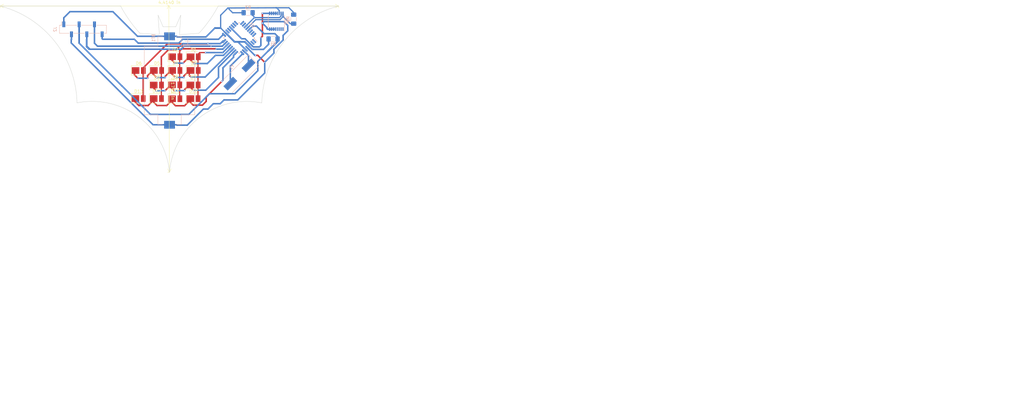
<source format=kicad_pcb>
(kicad_pcb (version 20171130) (host pcbnew "(5.1.5)-2")

  (general
    (thickness 1.6)
    (drawings 70)
    (tracks 304)
    (zones 0)
    (modules 21)
    (nets 17)
  )

  (page A4)
  (layers
    (0 F.Cu signal)
    (31 B.Cu signal)
    (32 B.Adhes user)
    (33 F.Adhes user)
    (34 B.Paste user)
    (35 F.Paste user)
    (36 B.SilkS user)
    (37 F.SilkS user)
    (38 B.Mask user)
    (39 F.Mask user)
    (40 Dwgs.User user)
    (41 Cmts.User user)
    (42 Eco1.User user)
    (43 Eco2.User user)
    (44 Edge.Cuts user)
    (45 Margin user hide)
    (46 B.CrtYd user)
    (47 F.CrtYd user)
    (48 B.Fab user)
    (49 F.Fab user)
  )

  (setup
    (last_trace_width 0.25)
    (user_trace_width 0.4)
    (user_trace_width 0.5)
    (user_trace_width 0.6)
    (trace_clearance 0.2)
    (zone_clearance 0.508)
    (zone_45_only no)
    (trace_min 0.2)
    (via_size 0.8)
    (via_drill 0.4)
    (via_min_size 0.4)
    (via_min_drill 0.3)
    (user_via 0.5 0.3)
    (uvia_size 0.3)
    (uvia_drill 0.1)
    (uvias_allowed no)
    (uvia_min_size 0.2)
    (uvia_min_drill 0.1)
    (edge_width 0.05)
    (segment_width 0.2)
    (pcb_text_width 0.3)
    (pcb_text_size 1.5 1.5)
    (mod_edge_width 0.12)
    (mod_text_size 1 1)
    (mod_text_width 0.15)
    (pad_size 1.5 1.5)
    (pad_drill 0)
    (pad_to_mask_clearance 0.051)
    (solder_mask_min_width 0.25)
    (aux_axis_origin 0 0)
    (visible_elements 7FFFFFFF)
    (pcbplotparams
      (layerselection 0x010fc_ffffffff)
      (usegerberextensions false)
      (usegerberattributes false)
      (usegerberadvancedattributes false)
      (creategerberjobfile false)
      (excludeedgelayer true)
      (linewidth 0.100000)
      (plotframeref false)
      (viasonmask false)
      (mode 1)
      (useauxorigin false)
      (hpglpennumber 1)
      (hpglpenspeed 20)
      (hpglpendiameter 15.000000)
      (psnegative false)
      (psa4output false)
      (plotreference true)
      (plotvalue true)
      (plotinvisibletext false)
      (padsonsilk false)
      (subtractmaskfromsilk false)
      (outputformat 1)
      (mirror false)
      (drillshape 1)
      (scaleselection 1)
      (outputdirectory ""))
  )

  (net 0 "")
  (net 1 h1)
  (net 2 MISO)
  (net 3 MOSI)
  (net 4 h2)
  (net 5 m1)
  (net 6 m2)
  (net 7 GND)
  (net 8 3.3V)
  (net 9 RST)
  (net 10 SCL)
  (net 11 SDA)
  (net 12 "Net-(U1-Pad7)")
  (net 13 "Net-(U1-Pad8)")
  (net 14 SCK)
  (net 15 b1)
  (net 16 b2)

  (net_class Default "This is the default net class."
    (clearance 0.2)
    (trace_width 0.25)
    (via_dia 0.8)
    (via_drill 0.4)
    (uvia_dia 0.3)
    (uvia_drill 0.1)
    (add_net 3.3V)
    (add_net GND)
    (add_net MISO)
    (add_net MOSI)
    (add_net "Net-(U1-Pad7)")
    (add_net "Net-(U1-Pad8)")
    (add_net RST)
    (add_net SCK)
    (add_net SCL)
    (add_net SDA)
    (add_net b1)
    (add_net b2)
    (add_net h1)
    (add_net h2)
    (add_net m1)
    (add_net m2)
  )

  (module Battery:BatteryHolder_Keystone_1060_1x2032 (layer B.Cu) (tedit 5B98EF5E) (tstamp 5EEC3E2C)
    (at 71.348 40.084 270)
    (descr http://www.keyelco.com/product-pdf.cfm?p=726)
    (tags "CR2032 BR2032 BatteryHolder Battery")
    (path /5EF585F5)
    (attr smd)
    (fp_text reference BT1 (at -14.125 5.3 90) (layer B.SilkS)
      (effects (font (size 1 1) (thickness 0.15)) (justify mirror))
    )
    (fp_text value Battery_Cell (at 0 11.75 90) (layer B.Fab)
      (effects (font (size 1 1) (thickness 0.15)) (justify mirror))
    )
    (fp_circle (center 0 0) (end -10.2 0) (layer Dwgs.User) (width 0.3))
    (fp_line (start 11 -8) (end -9.4 -8) (layer B.Fab) (width 0.1))
    (fp_line (start 11 8) (end -11 8) (layer B.Fab) (width 0.1))
    (fp_line (start 11 -8) (end 11 -3.5) (layer B.Fab) (width 0.1))
    (fp_line (start 11 8) (end 11 3.5) (layer B.Fab) (width 0.1))
    (fp_line (start -11 8) (end -11 3.5) (layer B.Fab) (width 0.1))
    (fp_line (start -11 -6.4) (end -11 -3.5) (layer B.Fab) (width 0.1))
    (fp_line (start -11 -3.5) (end -14.2 -3.5) (layer B.Fab) (width 0.1))
    (fp_line (start -14.2 -3.5) (end -14.2 3.5) (layer B.Fab) (width 0.1))
    (fp_line (start -14.2 3.5) (end -11 3.5) (layer B.Fab) (width 0.1))
    (fp_line (start 11 -3.5) (end 14.2 -3.5) (layer B.Fab) (width 0.1))
    (fp_line (start 14.2 -3.5) (end 14.2 3.5) (layer B.Fab) (width 0.1))
    (fp_line (start 14.2 3.5) (end 11 3.5) (layer B.Fab) (width 0.1))
    (fp_line (start -9.4 -8) (end -11 -6.4) (layer B.Fab) (width 0.1))
    (fp_line (start 11.35 -3.85) (end 14.55 -3.85) (layer B.SilkS) (width 0.12))
    (fp_line (start 14.55 -3.85) (end 14.55 -2.3) (layer B.SilkS) (width 0.12))
    (fp_line (start 11.35 -8.35) (end 11.35 -3.85) (layer B.SilkS) (width 0.12))
    (fp_line (start 11.35 -8.35) (end -9.55 -8.35) (layer B.SilkS) (width 0.12))
    (fp_line (start -11.35 -6.55) (end -11.35 -3.85) (layer B.SilkS) (width 0.12))
    (fp_line (start -9.55 -8.35) (end -11.35 -6.55) (layer B.SilkS) (width 0.12))
    (fp_line (start -11.35 -3.85) (end -14.55 -3.85) (layer B.SilkS) (width 0.12))
    (fp_line (start -14.55 -3.85) (end -14.55 -2.3) (layer B.SilkS) (width 0.12))
    (fp_line (start -11.35 3.85) (end -14.55 3.85) (layer B.SilkS) (width 0.12))
    (fp_line (start -14.55 3.85) (end -14.55 2.3) (layer B.SilkS) (width 0.12))
    (fp_line (start 11.35 3.85) (end 14.55 3.85) (layer B.SilkS) (width 0.12))
    (fp_line (start 14.55 3.85) (end 14.55 2.3) (layer B.SilkS) (width 0.12))
    (fp_line (start -11.35 8.35) (end 11.35 8.35) (layer B.SilkS) (width 0.12))
    (fp_line (start -11.35 8.35) (end -11.35 3.85) (layer B.SilkS) (width 0.12))
    (fp_line (start 11.35 8.35) (end 11.35 3.85) (layer B.SilkS) (width 0.12))
    (fp_arc (start 0 0) (end -6.5 -8.5) (angle 74.81070976) (layer B.CrtYd) (width 0.05))
    (fp_line (start 11.5 -8.5) (end 6.5 -8.5) (layer B.CrtYd) (width 0.05))
    (fp_line (start -6.5 -8.5) (end -11.5 -8.5) (layer B.CrtYd) (width 0.05))
    (fp_line (start -11.5 -4) (end -11.5 -8.5) (layer B.CrtYd) (width 0.05))
    (fp_line (start -14.7 -4) (end -11.5 -4) (layer B.CrtYd) (width 0.05))
    (fp_line (start -14.7 -4) (end -14.7 -2.3) (layer B.CrtYd) (width 0.05))
    (fp_line (start -14.7 -2.3) (end -16.45 -2.3) (layer B.CrtYd) (width 0.05))
    (fp_line (start -16.45 -2.3) (end -16.45 2.3) (layer B.CrtYd) (width 0.05))
    (fp_line (start -14.7 2.3) (end -16.45 2.3) (layer B.CrtYd) (width 0.05))
    (fp_line (start -14.7 2.3) (end -14.7 4) (layer B.CrtYd) (width 0.05))
    (fp_line (start -14.7 4) (end -11.5 4) (layer B.CrtYd) (width 0.05))
    (fp_line (start -11.5 4) (end -11.5 8.5) (layer B.CrtYd) (width 0.05))
    (fp_line (start -11.5 8.5) (end -6.5 8.5) (layer B.CrtYd) (width 0.05))
    (fp_line (start 11.5 8.5) (end 11.5 4) (layer B.CrtYd) (width 0.05))
    (fp_line (start 11.5 4) (end 14.7 4) (layer B.CrtYd) (width 0.05))
    (fp_line (start 14.7 4) (end 14.7 2.3) (layer B.CrtYd) (width 0.05))
    (fp_line (start 14.7 2.3) (end 16.45 2.3) (layer B.CrtYd) (width 0.05))
    (fp_line (start 16.45 2.3) (end 16.45 -2.3) (layer B.CrtYd) (width 0.05))
    (fp_line (start 16.45 -2.3) (end 14.7 -2.3) (layer B.CrtYd) (width 0.05))
    (fp_line (start 14.7 -2.3) (end 14.7 -4) (layer B.CrtYd) (width 0.05))
    (fp_line (start 14.7 -4) (end 11.5 -4) (layer B.CrtYd) (width 0.05))
    (fp_line (start 11.5 -4) (end 11.5 -8.5) (layer B.CrtYd) (width 0.05))
    (fp_arc (start 0 0) (end 6.5 8.5) (angle 74.81070976) (layer B.CrtYd) (width 0.05))
    (fp_line (start 11.5 8.5) (end 6.5 8.5) (layer B.CrtYd) (width 0.05))
    (fp_text user %R (at 0 0 90) (layer B.Fab)
      (effects (font (size 1 1) (thickness 0.15)) (justify mirror))
    )
    (fp_line (start -13 -5) (end -13 -7) (layer B.SilkS) (width 0.12))
    (fp_line (start -12 -6) (end -14 -6) (layer B.SilkS) (width 0.12))
    (pad 2 smd rect (at 14.65 0 90) (size 2.6 3.6) (layers B.Cu B.Paste B.Mask)
      (net 7 GND))
    (pad 1 smd rect (at -14.65 0 90) (size 2.6 3.6) (layers B.Cu B.Paste B.Mask)
      (net 8 3.3V))
    (model ${KISYS3DMOD}/Battery.3dshapes/BatteryHolder_Keystone_1060_1x2032.wrl
      (at (xyz 0 0 0))
      (scale (xyz 1 1 1))
      (rotate (xyz 0 0 0))
    )
  )

  (module Resistor_SMD:R_1206_3216Metric_Pad1.42x1.75mm_HandSolder (layer B.Cu) (tedit 5B301BBD) (tstamp 5EEC34AE)
    (at 105.638 26.324)
    (descr "Resistor SMD 1206 (3216 Metric), square (rectangular) end terminal, IPC_7351 nominal with elongated pad for handsoldering. (Body size source: http://www.tortai-tech.com/upload/download/2011102023233369053.pdf), generated with kicad-footprint-generator")
    (tags "resistor handsolder")
    (path /5EEDB552)
    (attr smd)
    (fp_text reference R1 (at 0 1.82) (layer B.SilkS)
      (effects (font (size 1 1) (thickness 0.15)) (justify mirror))
    )
    (fp_text value R (at 0 -1.82) (layer B.Fab)
      (effects (font (size 1 1) (thickness 0.15)) (justify mirror))
    )
    (fp_line (start -1.6 -0.8) (end -1.6 0.8) (layer B.Fab) (width 0.1))
    (fp_line (start -1.6 0.8) (end 1.6 0.8) (layer B.Fab) (width 0.1))
    (fp_line (start 1.6 0.8) (end 1.6 -0.8) (layer B.Fab) (width 0.1))
    (fp_line (start 1.6 -0.8) (end -1.6 -0.8) (layer B.Fab) (width 0.1))
    (fp_line (start -0.602064 0.91) (end 0.602064 0.91) (layer B.SilkS) (width 0.12))
    (fp_line (start -0.602064 -0.91) (end 0.602064 -0.91) (layer B.SilkS) (width 0.12))
    (fp_line (start -2.45 -1.12) (end -2.45 1.12) (layer B.CrtYd) (width 0.05))
    (fp_line (start -2.45 1.12) (end 2.45 1.12) (layer B.CrtYd) (width 0.05))
    (fp_line (start 2.45 1.12) (end 2.45 -1.12) (layer B.CrtYd) (width 0.05))
    (fp_line (start 2.45 -1.12) (end -2.45 -1.12) (layer B.CrtYd) (width 0.05))
    (fp_text user %R (at 0 0) (layer B.Fab)
      (effects (font (size 0.8 0.8) (thickness 0.12)) (justify mirror))
    )
    (pad 1 smd roundrect (at -1.4875 0) (size 1.425 1.75) (layers B.Cu B.Paste B.Mask) (roundrect_rratio 0.175439)
      (net 8 3.3V))
    (pad 2 smd roundrect (at 1.4875 0) (size 1.425 1.75) (layers B.Cu B.Paste B.Mask) (roundrect_rratio 0.175439)
      (net 9 RST))
    (model ${KISYS3DMOD}/Resistor_SMD.3dshapes/R_1206_3216Metric.wrl
      (at (xyz 0 0 0))
      (scale (xyz 1 1 1))
      (rotate (xyz 0 0 0))
    )
  )

  (module Resistor_SMD:R_1206_3216Metric_Pad1.42x1.75mm_HandSolder (layer B.Cu) (tedit 5B301BBD) (tstamp 5EEC34BF)
    (at 112.468 19.754 270)
    (descr "Resistor SMD 1206 (3216 Metric), square (rectangular) end terminal, IPC_7351 nominal with elongated pad for handsoldering. (Body size source: http://www.tortai-tech.com/upload/download/2011102023233369053.pdf), generated with kicad-footprint-generator")
    (tags "resistor handsolder")
    (path /5EF1E34C)
    (attr smd)
    (fp_text reference R2 (at 0 1.82 90) (layer B.SilkS)
      (effects (font (size 1 1) (thickness 0.15)) (justify mirror))
    )
    (fp_text value R (at 0 -1.82 90) (layer B.Fab)
      (effects (font (size 1 1) (thickness 0.15)) (justify mirror))
    )
    (fp_line (start -1.6 -0.8) (end -1.6 0.8) (layer B.Fab) (width 0.1))
    (fp_line (start -1.6 0.8) (end 1.6 0.8) (layer B.Fab) (width 0.1))
    (fp_line (start 1.6 0.8) (end 1.6 -0.8) (layer B.Fab) (width 0.1))
    (fp_line (start 1.6 -0.8) (end -1.6 -0.8) (layer B.Fab) (width 0.1))
    (fp_line (start -0.602064 0.91) (end 0.602064 0.91) (layer B.SilkS) (width 0.12))
    (fp_line (start -0.602064 -0.91) (end 0.602064 -0.91) (layer B.SilkS) (width 0.12))
    (fp_line (start -2.45 -1.12) (end -2.45 1.12) (layer B.CrtYd) (width 0.05))
    (fp_line (start -2.45 1.12) (end 2.45 1.12) (layer B.CrtYd) (width 0.05))
    (fp_line (start 2.45 1.12) (end 2.45 -1.12) (layer B.CrtYd) (width 0.05))
    (fp_line (start 2.45 -1.12) (end -2.45 -1.12) (layer B.CrtYd) (width 0.05))
    (fp_text user %R (at 0 0 90) (layer B.Fab)
      (effects (font (size 0.8 0.8) (thickness 0.12)) (justify mirror))
    )
    (pad 1 smd roundrect (at -1.4875 0 270) (size 1.425 1.75) (layers B.Cu B.Paste B.Mask) (roundrect_rratio 0.175439)
      (net 8 3.3V))
    (pad 2 smd roundrect (at 1.4875 0 270) (size 1.425 1.75) (layers B.Cu B.Paste B.Mask) (roundrect_rratio 0.175439)
      (net 10 SCL))
    (model ${KISYS3DMOD}/Resistor_SMD.3dshapes/R_1206_3216Metric.wrl
      (at (xyz 0 0 0))
      (scale (xyz 1 1 1))
      (rotate (xyz 0 0 0))
    )
  )

  (module Resistor_SMD:R_1206_3216Metric_Pad1.42x1.75mm_HandSolder (layer B.Cu) (tedit 5B301BBD) (tstamp 5EEC34D0)
    (at 97.378 17.624 180)
    (descr "Resistor SMD 1206 (3216 Metric), square (rectangular) end terminal, IPC_7351 nominal with elongated pad for handsoldering. (Body size source: http://www.tortai-tech.com/upload/download/2011102023233369053.pdf), generated with kicad-footprint-generator")
    (tags "resistor handsolder")
    (path /5EF1CECE)
    (attr smd)
    (fp_text reference R3 (at 0 1.82) (layer B.SilkS)
      (effects (font (size 1 1) (thickness 0.15)) (justify mirror))
    )
    (fp_text value R (at 0 -1.82) (layer B.Fab)
      (effects (font (size 1 1) (thickness 0.15)) (justify mirror))
    )
    (fp_text user %R (at 0 0) (layer B.Fab)
      (effects (font (size 0.8 0.8) (thickness 0.12)) (justify mirror))
    )
    (fp_line (start 2.45 -1.12) (end -2.45 -1.12) (layer B.CrtYd) (width 0.05))
    (fp_line (start 2.45 1.12) (end 2.45 -1.12) (layer B.CrtYd) (width 0.05))
    (fp_line (start -2.45 1.12) (end 2.45 1.12) (layer B.CrtYd) (width 0.05))
    (fp_line (start -2.45 -1.12) (end -2.45 1.12) (layer B.CrtYd) (width 0.05))
    (fp_line (start -0.602064 -0.91) (end 0.602064 -0.91) (layer B.SilkS) (width 0.12))
    (fp_line (start -0.602064 0.91) (end 0.602064 0.91) (layer B.SilkS) (width 0.12))
    (fp_line (start 1.6 -0.8) (end -1.6 -0.8) (layer B.Fab) (width 0.1))
    (fp_line (start 1.6 0.8) (end 1.6 -0.8) (layer B.Fab) (width 0.1))
    (fp_line (start -1.6 0.8) (end 1.6 0.8) (layer B.Fab) (width 0.1))
    (fp_line (start -1.6 -0.8) (end -1.6 0.8) (layer B.Fab) (width 0.1))
    (pad 2 smd roundrect (at 1.4875 0 180) (size 1.425 1.75) (layers B.Cu B.Paste B.Mask) (roundrect_rratio 0.175439)
      (net 8 3.3V))
    (pad 1 smd roundrect (at -1.4875 0 180) (size 1.425 1.75) (layers B.Cu B.Paste B.Mask) (roundrect_rratio 0.175439)
      (net 11 SDA))
    (model ${KISYS3DMOD}/Resistor_SMD.3dshapes/R_1206_3216Metric.wrl
      (at (xyz 0 0 0))
      (scale (xyz 1 1 1))
      (rotate (xyz 0 0 0))
    )
  )

  (module Package_QFP:TQFP-32_7x7mm_P0.8mm (layer B.Cu) (tedit 5A02F146) (tstamp 5EEC3507)
    (at 94.398 25.984 135)
    (descr "32-Lead Plastic Thin Quad Flatpack (PT) - 7x7x1.0 mm Body, 2.00 mm [TQFP] (see Microchip Packaging Specification 00000049BS.pdf)")
    (tags "QFP 0.8")
    (path /5EE2755D)
    (attr smd)
    (fp_text reference U1 (at 0 6.05 315) (layer B.SilkS)
      (effects (font (size 1 1) (thickness 0.15)) (justify mirror))
    )
    (fp_text value ATmega328P-AU (at 0 -6.05 315) (layer B.Fab)
      (effects (font (size 1 1) (thickness 0.15)) (justify mirror))
    )
    (fp_text user %R (at 0.509117 -0.339411 315) (layer B.Fab)
      (effects (font (size 1 1) (thickness 0.15)) (justify mirror))
    )
    (fp_line (start -2.5 3.5) (end 3.5 3.5) (layer B.Fab) (width 0.15))
    (fp_line (start 3.5 3.5) (end 3.5 -3.5) (layer B.Fab) (width 0.15))
    (fp_line (start 3.5 -3.5) (end -3.5 -3.5) (layer B.Fab) (width 0.15))
    (fp_line (start -3.5 -3.5) (end -3.5 2.5) (layer B.Fab) (width 0.15))
    (fp_line (start -3.5 2.5) (end -2.5 3.5) (layer B.Fab) (width 0.15))
    (fp_line (start -5.3 5.3) (end -5.3 -5.3) (layer B.CrtYd) (width 0.05))
    (fp_line (start 5.3 5.3) (end 5.3 -5.3) (layer B.CrtYd) (width 0.05))
    (fp_line (start -5.3 5.3) (end 5.3 5.3) (layer B.CrtYd) (width 0.05))
    (fp_line (start -5.3 -5.3) (end 5.3 -5.3) (layer B.CrtYd) (width 0.05))
    (fp_line (start -3.625 3.625) (end -3.625 3.4) (layer B.SilkS) (width 0.15))
    (fp_line (start 3.625 3.625) (end 3.625 3.3) (layer B.SilkS) (width 0.15))
    (fp_line (start 3.625 -3.625) (end 3.625 -3.3) (layer B.SilkS) (width 0.15))
    (fp_line (start -3.625 -3.625) (end -3.625 -3.3) (layer B.SilkS) (width 0.15))
    (fp_line (start -3.625 3.625) (end -3.3 3.625) (layer B.SilkS) (width 0.15))
    (fp_line (start -3.625 -3.625) (end -3.3 -3.625) (layer B.SilkS) (width 0.15))
    (fp_line (start 3.625 -3.625) (end 3.3 -3.625) (layer B.SilkS) (width 0.15))
    (fp_line (start 3.625 3.625) (end 3.3 3.625) (layer B.SilkS) (width 0.15))
    (fp_line (start -3.625 3.4) (end -5.05 3.4) (layer B.SilkS) (width 0.15))
    (pad 1 smd rect (at -4.25 2.8 135) (size 1.6 0.55) (layers B.Cu B.Paste B.Mask))
    (pad 2 smd rect (at -4.25 2 135) (size 1.6 0.55) (layers B.Cu B.Paste B.Mask))
    (pad 3 smd rect (at -4.25 1.2 135) (size 1.6 0.55) (layers B.Cu B.Paste B.Mask)
      (net 7 GND))
    (pad 4 smd rect (at -4.25 0.4 135) (size 1.6 0.55) (layers B.Cu B.Paste B.Mask)
      (net 8 3.3V))
    (pad 5 smd rect (at -4.25 -0.4 135) (size 1.6 0.55) (layers B.Cu B.Paste B.Mask)
      (net 7 GND))
    (pad 6 smd rect (at -4.25 -1.2 135) (size 1.6 0.55) (layers B.Cu B.Paste B.Mask)
      (net 8 3.3V))
    (pad 7 smd rect (at -4.25 -2 135) (size 1.6 0.55) (layers B.Cu B.Paste B.Mask)
      (net 12 "Net-(U1-Pad7)"))
    (pad 8 smd rect (at -4.25 -2.8 135) (size 1.6 0.55) (layers B.Cu B.Paste B.Mask)
      (net 13 "Net-(U1-Pad8)"))
    (pad 9 smd rect (at -2.8 -4.25 45) (size 1.6 0.55) (layers B.Cu B.Paste B.Mask)
      (net 6 m2))
    (pad 10 smd rect (at -2 -4.25 45) (size 1.6 0.55) (layers B.Cu B.Paste B.Mask)
      (net 5 m1))
    (pad 11 smd rect (at -1.2 -4.25 45) (size 1.6 0.55) (layers B.Cu B.Paste B.Mask)
      (net 4 h2))
    (pad 12 smd rect (at -0.4 -4.25 45) (size 1.6 0.55) (layers B.Cu B.Paste B.Mask)
      (net 1 h1))
    (pad 13 smd rect (at 0.4 -4.25 45) (size 1.6 0.55) (layers B.Cu B.Paste B.Mask)
      (net 15 b1))
    (pad 14 smd rect (at 1.2 -4.25 45) (size 1.6 0.55) (layers B.Cu B.Paste B.Mask)
      (net 16 b2))
    (pad 15 smd rect (at 2 -4.25 45) (size 1.6 0.55) (layers B.Cu B.Paste B.Mask)
      (net 3 MOSI))
    (pad 16 smd rect (at 2.8 -4.25 45) (size 1.6 0.55) (layers B.Cu B.Paste B.Mask)
      (net 2 MISO))
    (pad 17 smd rect (at 4.25 -2.8 135) (size 1.6 0.55) (layers B.Cu B.Paste B.Mask)
      (net 14 SCK))
    (pad 18 smd rect (at 4.25 -2 135) (size 1.6 0.55) (layers B.Cu B.Paste B.Mask)
      (net 8 3.3V))
    (pad 19 smd rect (at 4.25 -1.2 135) (size 1.6 0.55) (layers B.Cu B.Paste B.Mask))
    (pad 20 smd rect (at 4.25 -0.4 135) (size 1.6 0.55) (layers B.Cu B.Paste B.Mask))
    (pad 21 smd rect (at 4.25 0.4 135) (size 1.6 0.55) (layers B.Cu B.Paste B.Mask)
      (net 7 GND))
    (pad 22 smd rect (at 4.25 1.2 135) (size 1.6 0.55) (layers B.Cu B.Paste B.Mask))
    (pad 23 smd rect (at 4.25 2 135) (size 1.6 0.55) (layers B.Cu B.Paste B.Mask))
    (pad 24 smd rect (at 4.25 2.8 135) (size 1.6 0.55) (layers B.Cu B.Paste B.Mask))
    (pad 25 smd rect (at 2.8 4.25 45) (size 1.6 0.55) (layers B.Cu B.Paste B.Mask))
    (pad 26 smd rect (at 2 4.25 45) (size 1.6 0.55) (layers B.Cu B.Paste B.Mask))
    (pad 27 smd rect (at 1.2 4.25 45) (size 1.6 0.55) (layers B.Cu B.Paste B.Mask)
      (net 11 SDA))
    (pad 28 smd rect (at 0.4 4.25 45) (size 1.6 0.55) (layers B.Cu B.Paste B.Mask)
      (net 10 SCL))
    (pad 29 smd rect (at -0.4 4.25 45) (size 1.6 0.55) (layers B.Cu B.Paste B.Mask)
      (net 9 RST))
    (pad 30 smd rect (at -1.2 4.25 45) (size 1.6 0.55) (layers B.Cu B.Paste B.Mask))
    (pad 31 smd rect (at -2 4.25 45) (size 1.6 0.55) (layers B.Cu B.Paste B.Mask))
    (pad 32 smd rect (at -2.8 4.25 45) (size 1.6 0.55) (layers B.Cu B.Paste B.Mask))
    (model ${KISYS3DMOD}/Package_QFP.3dshapes/TQFP-32_7x7mm_P0.8mm.wrl
      (at (xyz 0 0 0))
      (scale (xyz 1 1 1))
      (rotate (xyz 0 0 0))
    )
  )

  (module Package_SO:SSOP-16_3.9x4.9mm_P0.635mm (layer B.Cu) (tedit 5A02F25C) (tstamp 5EEC3527)
    (at 106.698 20.444 90)
    (descr "SSOP16: plastic shrink small outline package; 16 leads; body width 3.9 mm; lead pitch 0.635; (see NXP SSOP-TSSOP-VSO-REFLOW.pdf and sot519-1_po.pdf)")
    (tags "SSOP 0.635")
    (path /5EE295B9)
    (attr smd)
    (fp_text reference U2 (at 0 3.5 90) (layer B.SilkS)
      (effects (font (size 1 1) (thickness 0.15)) (justify mirror))
    )
    (fp_text value DS3231S (at 0 -3.5 90) (layer B.Fab)
      (effects (font (size 1 1) (thickness 0.15)) (justify mirror))
    )
    (fp_line (start -0.95 2.45) (end 1.95 2.45) (layer B.Fab) (width 0.15))
    (fp_line (start 1.95 2.45) (end 1.95 -2.45) (layer B.Fab) (width 0.15))
    (fp_line (start 1.95 -2.45) (end -1.95 -2.45) (layer B.Fab) (width 0.15))
    (fp_line (start -1.95 -2.45) (end -1.95 1.45) (layer B.Fab) (width 0.15))
    (fp_line (start -1.95 1.45) (end -0.95 2.45) (layer B.Fab) (width 0.15))
    (fp_line (start -3.45 2.85) (end -3.45 -2.8) (layer B.CrtYd) (width 0.05))
    (fp_line (start 3.45 2.85) (end 3.45 -2.8) (layer B.CrtYd) (width 0.05))
    (fp_line (start -3.45 2.85) (end 3.45 2.85) (layer B.CrtYd) (width 0.05))
    (fp_line (start -3.45 -2.8) (end 3.45 -2.8) (layer B.CrtYd) (width 0.05))
    (fp_line (start -2 -2.675) (end 2 -2.675) (layer B.SilkS) (width 0.15))
    (fp_line (start -3.275 2.725) (end 2 2.725) (layer B.SilkS) (width 0.15))
    (fp_text user %R (at 0.02 -0.07 90) (layer B.Fab)
      (effects (font (size 0.8 0.8) (thickness 0.15)) (justify mirror))
    )
    (pad 1 smd rect (at -2.6 2.2225 90) (size 1.2 0.4) (layers B.Cu B.Paste B.Mask))
    (pad 2 smd rect (at -2.6 1.5875 90) (size 1.2 0.4) (layers B.Cu B.Paste B.Mask))
    (pad 3 smd rect (at -2.6 0.9525 90) (size 1.2 0.4) (layers B.Cu B.Paste B.Mask))
    (pad 4 smd rect (at -2.6 0.3175 90) (size 1.2 0.4) (layers B.Cu B.Paste B.Mask))
    (pad 5 smd rect (at -2.6 -0.3175 90) (size 1.2 0.4) (layers B.Cu B.Paste B.Mask)
      (net 7 GND))
    (pad 6 smd rect (at -2.6 -0.9525 90) (size 1.2 0.4) (layers B.Cu B.Paste B.Mask)
      (net 7 GND))
    (pad 7 smd rect (at -2.6 -1.5875 90) (size 1.2 0.4) (layers B.Cu B.Paste B.Mask)
      (net 7 GND))
    (pad 8 smd rect (at -2.6 -2.2225 90) (size 1.2 0.4) (layers B.Cu B.Paste B.Mask)
      (net 7 GND))
    (pad 9 smd rect (at 2.6 -2.2225 90) (size 1.2 0.4) (layers B.Cu B.Paste B.Mask)
      (net 7 GND))
    (pad 10 smd rect (at 2.6 -1.5875 90) (size 1.2 0.4) (layers B.Cu B.Paste B.Mask)
      (net 7 GND))
    (pad 11 smd rect (at 2.6 -0.9525 90) (size 1.2 0.4) (layers B.Cu B.Paste B.Mask)
      (net 7 GND))
    (pad 12 smd rect (at 2.6 -0.3175 90) (size 1.2 0.4) (layers B.Cu B.Paste B.Mask)
      (net 7 GND))
    (pad 13 smd rect (at 2.6 0.3175 90) (size 1.2 0.4) (layers B.Cu B.Paste B.Mask)
      (net 7 GND))
    (pad 14 smd rect (at 2.6 0.9525 90) (size 1.2 0.4) (layers B.Cu B.Paste B.Mask)
      (net 8 3.3V))
    (pad 15 smd rect (at 2.6 1.5875 90) (size 1.2 0.4) (layers B.Cu B.Paste B.Mask)
      (net 11 SDA))
    (pad 16 smd rect (at 2.6 2.2225 90) (size 1.2 0.4) (layers B.Cu B.Paste B.Mask)
      (net 10 SCL))
    (model ${KISYS3DMOD}/Package_SO.3dshapes/SSOP-16_3.9x4.9mm_P0.635mm.wrl
      (at (xyz 0 0 0))
      (scale (xyz 1 1 1))
      (rotate (xyz 0 0 0))
    )
  )

  (module Connector_PinSocket_2.54mm:PinSocket_1x06_P2.54mm_Vertical_SMD_Pin1Left (layer B.Cu) (tedit 5A19A427) (tstamp 5EECE62E)
    (at 42.672 23.114 270)
    (descr "surface-mounted straight socket strip, 1x06, 2.54mm pitch, single row, style 1 (pin 1 left) (https://cdn.harwin.com/pdfs/M20-786.pdf), script generated")
    (tags "Surface mounted socket strip SMD 1x06 2.54mm single row style1 pin1 left")
    (path /5EEE4823)
    (attr smd)
    (fp_text reference J2 (at 0 9.22 90) (layer B.SilkS)
      (effects (font (size 1 1) (thickness 0.15)) (justify mirror))
    )
    (fp_text value Conn_01x06_Female (at 0 -9.22 90) (layer B.Fab)
      (effects (font (size 1 1) (thickness 0.15)) (justify mirror))
    )
    (fp_line (start -1.33 7.78) (end 1.33 7.78) (layer B.SilkS) (width 0.12))
    (fp_line (start 1.33 7.78) (end 1.33 4.57) (layer B.SilkS) (width 0.12))
    (fp_line (start 1.33 3.05) (end 1.33 -0.51) (layer B.SilkS) (width 0.12))
    (fp_line (start 1.33 -2.03) (end 1.33 -5.59) (layer B.SilkS) (width 0.12))
    (fp_line (start 1.33 -7.11) (end 1.33 -7.78) (layer B.SilkS) (width 0.12))
    (fp_line (start -1.33 -7.78) (end 1.33 -7.78) (layer B.SilkS) (width 0.12))
    (fp_line (start -1.33 7.78) (end -1.33 7.11) (layer B.SilkS) (width 0.12))
    (fp_line (start -1.33 5.59) (end -1.33 2.03) (layer B.SilkS) (width 0.12))
    (fp_line (start -1.33 0.51) (end -1.33 -3.05) (layer B.SilkS) (width 0.12))
    (fp_line (start -1.33 -4.57) (end -1.33 -7.78) (layer B.SilkS) (width 0.12))
    (fp_line (start -2.54 7.11) (end -1.33 7.11) (layer B.SilkS) (width 0.12))
    (fp_line (start -0.635 7.72) (end 1.27 7.72) (layer B.Fab) (width 0.1))
    (fp_line (start 1.27 7.72) (end 1.27 -7.72) (layer B.Fab) (width 0.1))
    (fp_line (start 1.27 -7.72) (end -1.27 -7.72) (layer B.Fab) (width 0.1))
    (fp_line (start -1.27 -7.72) (end -1.27 7.085) (layer B.Fab) (width 0.1))
    (fp_line (start -1.27 7.085) (end -0.635 7.72) (layer B.Fab) (width 0.1))
    (fp_line (start -2.27 6.65) (end -1.27 6.65) (layer B.Fab) (width 0.1))
    (fp_line (start -1.27 6.05) (end -2.27 6.05) (layer B.Fab) (width 0.1))
    (fp_line (start -2.27 6.05) (end -2.27 6.65) (layer B.Fab) (width 0.1))
    (fp_line (start 1.27 4.11) (end 2.27 4.11) (layer B.Fab) (width 0.1))
    (fp_line (start 2.27 4.11) (end 2.27 3.51) (layer B.Fab) (width 0.1))
    (fp_line (start 2.27 3.51) (end 1.27 3.51) (layer B.Fab) (width 0.1))
    (fp_line (start -2.27 1.57) (end -1.27 1.57) (layer B.Fab) (width 0.1))
    (fp_line (start -1.27 0.97) (end -2.27 0.97) (layer B.Fab) (width 0.1))
    (fp_line (start -2.27 0.97) (end -2.27 1.57) (layer B.Fab) (width 0.1))
    (fp_line (start 1.27 -0.97) (end 2.27 -0.97) (layer B.Fab) (width 0.1))
    (fp_line (start 2.27 -0.97) (end 2.27 -1.57) (layer B.Fab) (width 0.1))
    (fp_line (start 2.27 -1.57) (end 1.27 -1.57) (layer B.Fab) (width 0.1))
    (fp_line (start -2.27 -3.51) (end -1.27 -3.51) (layer B.Fab) (width 0.1))
    (fp_line (start -1.27 -4.11) (end -2.27 -4.11) (layer B.Fab) (width 0.1))
    (fp_line (start -2.27 -4.11) (end -2.27 -3.51) (layer B.Fab) (width 0.1))
    (fp_line (start 1.27 -6.05) (end 2.27 -6.05) (layer B.Fab) (width 0.1))
    (fp_line (start 2.27 -6.05) (end 2.27 -6.65) (layer B.Fab) (width 0.1))
    (fp_line (start 2.27 -6.65) (end 1.27 -6.65) (layer B.Fab) (width 0.1))
    (fp_line (start -3.1 8.25) (end 3.1 8.25) (layer B.CrtYd) (width 0.05))
    (fp_line (start 3.1 8.25) (end 3.1 -8.2) (layer B.CrtYd) (width 0.05))
    (fp_line (start 3.1 -8.2) (end -3.1 -8.2) (layer B.CrtYd) (width 0.05))
    (fp_line (start -3.1 -8.2) (end -3.1 8.25) (layer B.CrtYd) (width 0.05))
    (fp_text user %R (at 0 0 180) (layer B.Fab)
      (effects (font (size 1 1) (thickness 0.15)) (justify mirror))
    )
    (pad 1 smd rect (at -1.65 6.35 270) (size 1.9 1) (layers B.Cu B.Paste B.Mask)
      (net 8 3.3V))
    (pad 3 smd rect (at -1.65 1.27 270) (size 1.9 1) (layers B.Cu B.Paste B.Mask)
      (net 9 RST))
    (pad 5 smd rect (at -1.65 -3.81 270) (size 1.9 1) (layers B.Cu B.Paste B.Mask)
      (net 2 MISO))
    (pad 2 smd rect (at 1.65 3.81 270) (size 1.9 1) (layers B.Cu B.Paste B.Mask)
      (net 7 GND))
    (pad 4 smd rect (at 1.65 -1.27 270) (size 1.9 1) (layers B.Cu B.Paste B.Mask)
      (net 3 MOSI))
    (pad 6 smd rect (at 1.65 -6.35 270) (size 1.9 1) (layers B.Cu B.Paste B.Mask)
      (net 14 SCK))
    (model ${KISYS3DMOD}/Connector_PinSocket_2.54mm.3dshapes/PinSocket_1x06_P2.54mm_Vertical_SMD_Pin1Left.wrl
      (at (xyz 0 0 0))
      (scale (xyz 1 1 1))
      (rotate (xyz 0 0 0))
    )
  )

  (module Crystal:Crystal_SMD_HC49-SD (layer B.Cu) (tedit 5A1AD52C) (tstamp 5EECF449)
    (at 94.488 38.1 225)
    (descr "SMD Crystal HC-49-SD http://cdn-reichelt.de/documents/datenblatt/B400/xxx-HC49-SMD.pdf, 11.4x4.7mm^2 package")
    (tags "SMD SMT crystal")
    (path /5EED86B3)
    (attr smd)
    (fp_text reference Y1 (at 0 3.55 45) (layer B.SilkS)
      (effects (font (size 1 1) (thickness 0.15)) (justify mirror))
    )
    (fp_text value Crystal (at 0 -3.55 45) (layer B.Fab)
      (effects (font (size 1 1) (thickness 0.15)) (justify mirror))
    )
    (fp_text user %R (at 0.458 0.254 315) (layer B.Fab)
      (effects (font (size 1 1) (thickness 0.15)) (justify mirror))
    )
    (fp_line (start -5.7 2.35) (end -5.7 -2.35) (layer B.Fab) (width 0.1))
    (fp_line (start -5.7 -2.35) (end 5.7 -2.35) (layer B.Fab) (width 0.1))
    (fp_line (start 5.7 -2.35) (end 5.7 2.35) (layer B.Fab) (width 0.1))
    (fp_line (start 5.7 2.35) (end -5.7 2.35) (layer B.Fab) (width 0.1))
    (fp_line (start -3.015 2.115) (end 3.015 2.115) (layer B.Fab) (width 0.1))
    (fp_line (start -3.015 -2.115) (end 3.015 -2.115) (layer B.Fab) (width 0.1))
    (fp_line (start 5.9 2.55) (end -6.7 2.55) (layer B.SilkS) (width 0.12))
    (fp_line (start -6.7 2.55) (end -6.7 -2.55) (layer B.SilkS) (width 0.12))
    (fp_line (start -6.7 -2.55) (end 5.9 -2.55) (layer B.SilkS) (width 0.12))
    (fp_line (start -6.8 2.6) (end -6.8 -2.6) (layer B.CrtYd) (width 0.05))
    (fp_line (start -6.8 -2.6) (end 6.8 -2.6) (layer B.CrtYd) (width 0.05))
    (fp_line (start 6.8 -2.6) (end 6.8 2.6) (layer B.CrtYd) (width 0.05))
    (fp_line (start 6.8 2.6) (end -6.8 2.6) (layer B.CrtYd) (width 0.05))
    (fp_arc (start -3.015 0) (end -3.015 2.115) (angle 180) (layer B.Fab) (width 0.1))
    (fp_arc (start 3.015 0) (end 3.015 2.115) (angle -180) (layer B.Fab) (width 0.1))
    (pad 1 smd rect (at -4.25 0 225) (size 4.5 2) (layers B.Cu B.Paste B.Mask)
      (net 12 "Net-(U1-Pad7)"))
    (pad 2 smd rect (at 4.25 0 225) (size 4.5 2) (layers B.Cu B.Paste B.Mask)
      (net 13 "Net-(U1-Pad8)"))
    (model ${KISYS3DMOD}/Crystal.3dshapes/Crystal_SMD_HC49-SD.wrl
      (at (xyz 0 0 0))
      (scale (xyz 1 1 1))
      (rotate (xyz 0 0 0))
    )
  )

  (module LED_SMD:LED_PLCC_2835_Handsoldering (layer F.Cu) (tedit 5C65228D) (tstamp 5EEE081B)
    (at 79.338 32.224)
    (descr https://www.luckylight.cn/media/component/data-sheet/R2835BC-B2M-M10.pdf)
    (tags LED)
    (path /5EC718D1)
    (attr smd)
    (fp_text reference D1 (at 0 -2.4) (layer F.SilkS)
      (effects (font (size 1 1) (thickness 0.15)))
    )
    (fp_text value LED (at 0 2.475) (layer F.Fab)
      (effects (font (size 1 1) (thickness 0.15)))
    )
    (fp_line (start 2.55 -1.65) (end 2.55 1.65) (layer F.CrtYd) (width 0.05))
    (fp_line (start -2.55 -1.65) (end 2.55 -1.65) (layer F.CrtYd) (width 0.05))
    (fp_line (start -2.55 1.65) (end -2.55 -1.65) (layer F.CrtYd) (width 0.05))
    (fp_line (start 2.55 1.65) (end -2.55 1.65) (layer F.CrtYd) (width 0.05))
    (fp_line (start 1.4 -1.6) (end -2.5 -1.6) (layer F.SilkS) (width 0.12))
    (fp_line (start 1.4 1.6) (end -2.5 1.6) (layer F.SilkS) (width 0.12))
    (fp_line (start 1.75 -1.4) (end 1.75 1.4) (layer F.Fab) (width 0.1))
    (fp_line (start -1.05 -1.4) (end 1.75 -1.4) (layer F.Fab) (width 0.1))
    (fp_line (start -1.75 1.4) (end -1.75 -0.7) (layer F.Fab) (width 0.1))
    (fp_line (start 1.75 1.4) (end -1.75 1.4) (layer F.Fab) (width 0.1))
    (fp_text user %R (at 0 0) (layer F.Fab)
      (effects (font (size 0.9 0.9) (thickness 0.135)))
    )
    (fp_line (start -2.5 -1.6) (end -2.5 1.6) (layer F.SilkS) (width 0.12))
    (fp_line (start -1.05 -1.4) (end -1.75 -0.7) (layer F.Fab) (width 0.1))
    (pad 1 smd rect (at -1.05 0) (size 2.5 2.2) (layers F.Cu F.Paste F.Mask)
      (net 1 h1))
    (pad 2 smd rect (at 1.525 0) (size 1.55 2.2) (layers F.Cu F.Paste F.Mask)
      (net 15 b1))
    (model ${KISYS3DMOD}/LED_SMD.3dshapes/LED_PLCC_2835.wrl
      (offset (xyz -0.5 0 0))
      (scale (xyz 1 1 1))
      (rotate (xyz 0 0 0))
    )
    (model "E:/arduino stuff/KiCad additional lib/LED 2835.stp"
      (offset (xyz -1.75 -1.4 0))
      (scale (xyz 1 1 1))
      (rotate (xyz 0 0 0))
    )
  )

  (module LED_SMD:LED_PLCC_2835_Handsoldering (layer F.Cu) (tedit 5C65228D) (tstamp 5EEE082D)
    (at 73.263 32.204)
    (descr https://www.luckylight.cn/media/component/data-sheet/R2835BC-B2M-M10.pdf)
    (tags LED)
    (path /5EC718D7)
    (attr smd)
    (fp_text reference D2 (at 0 -2.4) (layer F.SilkS)
      (effects (font (size 1 1) (thickness 0.15)))
    )
    (fp_text value LED (at 0 2.475) (layer F.Fab)
      (effects (font (size 1 1) (thickness 0.15)))
    )
    (fp_line (start -1.05 -1.4) (end -1.75 -0.7) (layer F.Fab) (width 0.1))
    (fp_line (start -2.5 -1.6) (end -2.5 1.6) (layer F.SilkS) (width 0.12))
    (fp_text user %R (at 0 0) (layer F.Fab)
      (effects (font (size 0.9 0.9) (thickness 0.135)))
    )
    (fp_line (start 1.75 1.4) (end -1.75 1.4) (layer F.Fab) (width 0.1))
    (fp_line (start -1.75 1.4) (end -1.75 -0.7) (layer F.Fab) (width 0.1))
    (fp_line (start -1.05 -1.4) (end 1.75 -1.4) (layer F.Fab) (width 0.1))
    (fp_line (start 1.75 -1.4) (end 1.75 1.4) (layer F.Fab) (width 0.1))
    (fp_line (start 1.4 1.6) (end -2.5 1.6) (layer F.SilkS) (width 0.12))
    (fp_line (start 1.4 -1.6) (end -2.5 -1.6) (layer F.SilkS) (width 0.12))
    (fp_line (start 2.55 1.65) (end -2.55 1.65) (layer F.CrtYd) (width 0.05))
    (fp_line (start -2.55 1.65) (end -2.55 -1.65) (layer F.CrtYd) (width 0.05))
    (fp_line (start -2.55 -1.65) (end 2.55 -1.65) (layer F.CrtYd) (width 0.05))
    (fp_line (start 2.55 -1.65) (end 2.55 1.65) (layer F.CrtYd) (width 0.05))
    (pad 2 smd rect (at 1.525 0) (size 1.55 2.2) (layers F.Cu F.Paste F.Mask)
      (net 16 b2))
    (pad 1 smd rect (at -1.05 0) (size 2.5 2.2) (layers F.Cu F.Paste F.Mask)
      (net 1 h1))
    (model ${KISYS3DMOD}/LED_SMD.3dshapes/LED_PLCC_2835.wrl
      (at (xyz 0 0 0))
      (scale (xyz 1 1 1))
      (rotate (xyz 0 0 0))
    )
    (model "E:/arduino stuff/KiCad additional lib/LED 2835.stp"
      (offset (xyz -1.75 -1.4 0))
      (scale (xyz 1 1 1))
      (rotate (xyz 0 0 0))
    )
  )

  (module LED_SMD:LED_PLCC_2835_Handsoldering (layer F.Cu) (tedit 5C65228D) (tstamp 5EEE083F)
    (at 79.328 36.754)
    (descr https://www.luckylight.cn/media/component/data-sheet/R2835BC-B2M-M10.pdf)
    (tags LED)
    (path /5EC718E3)
    (attr smd)
    (fp_text reference D3 (at 0 -2.4) (layer F.SilkS)
      (effects (font (size 1 1) (thickness 0.15)))
    )
    (fp_text value LED (at 0 2.475) (layer F.Fab)
      (effects (font (size 1 1) (thickness 0.15)))
    )
    (fp_line (start -1.05 -1.4) (end -1.75 -0.7) (layer F.Fab) (width 0.1))
    (fp_line (start -2.5 -1.6) (end -2.5 1.6) (layer F.SilkS) (width 0.12))
    (fp_text user %R (at 0 0) (layer F.Fab)
      (effects (font (size 0.9 0.9) (thickness 0.135)))
    )
    (fp_line (start 1.75 1.4) (end -1.75 1.4) (layer F.Fab) (width 0.1))
    (fp_line (start -1.75 1.4) (end -1.75 -0.7) (layer F.Fab) (width 0.1))
    (fp_line (start -1.05 -1.4) (end 1.75 -1.4) (layer F.Fab) (width 0.1))
    (fp_line (start 1.75 -1.4) (end 1.75 1.4) (layer F.Fab) (width 0.1))
    (fp_line (start 1.4 1.6) (end -2.5 1.6) (layer F.SilkS) (width 0.12))
    (fp_line (start 1.4 -1.6) (end -2.5 -1.6) (layer F.SilkS) (width 0.12))
    (fp_line (start 2.55 1.65) (end -2.55 1.65) (layer F.CrtYd) (width 0.05))
    (fp_line (start -2.55 1.65) (end -2.55 -1.65) (layer F.CrtYd) (width 0.05))
    (fp_line (start -2.55 -1.65) (end 2.55 -1.65) (layer F.CrtYd) (width 0.05))
    (fp_line (start 2.55 -1.65) (end 2.55 1.65) (layer F.CrtYd) (width 0.05))
    (pad 2 smd rect (at 1.525 0) (size 1.55 2.2) (layers F.Cu F.Paste F.Mask)
      (net 15 b1))
    (pad 1 smd rect (at -1.05 0) (size 2.5 2.2) (layers F.Cu F.Paste F.Mask)
      (net 4 h2))
    (model ${KISYS3DMOD}/LED_SMD.3dshapes/LED_PLCC_2835.wrl
      (at (xyz 0 0 0))
      (scale (xyz 1 1 1))
      (rotate (xyz 0 0 0))
    )
    (model "E:/arduino stuff/KiCad additional lib/LED 2835.stp"
      (offset (xyz -1.75 -1.4 0))
      (scale (xyz 1 1 1))
      (rotate (xyz 0 0 0))
    )
  )

  (module LED_SMD:LED_PLCC_2835_Handsoldering (layer F.Cu) (tedit 5C65228D) (tstamp 5EEE0851)
    (at 73.268 36.754)
    (descr https://www.luckylight.cn/media/component/data-sheet/R2835BC-B2M-M10.pdf)
    (tags LED)
    (path /5EC718E9)
    (attr smd)
    (fp_text reference D4 (at 0 -2.4) (layer F.SilkS)
      (effects (font (size 1 1) (thickness 0.15)))
    )
    (fp_text value LED (at 0 2.475) (layer F.Fab)
      (effects (font (size 1 1) (thickness 0.15)))
    )
    (fp_line (start 2.55 -1.65) (end 2.55 1.65) (layer F.CrtYd) (width 0.05))
    (fp_line (start -2.55 -1.65) (end 2.55 -1.65) (layer F.CrtYd) (width 0.05))
    (fp_line (start -2.55 1.65) (end -2.55 -1.65) (layer F.CrtYd) (width 0.05))
    (fp_line (start 2.55 1.65) (end -2.55 1.65) (layer F.CrtYd) (width 0.05))
    (fp_line (start 1.4 -1.6) (end -2.5 -1.6) (layer F.SilkS) (width 0.12))
    (fp_line (start 1.4 1.6) (end -2.5 1.6) (layer F.SilkS) (width 0.12))
    (fp_line (start 1.75 -1.4) (end 1.75 1.4) (layer F.Fab) (width 0.1))
    (fp_line (start -1.05 -1.4) (end 1.75 -1.4) (layer F.Fab) (width 0.1))
    (fp_line (start -1.75 1.4) (end -1.75 -0.7) (layer F.Fab) (width 0.1))
    (fp_line (start 1.75 1.4) (end -1.75 1.4) (layer F.Fab) (width 0.1))
    (fp_text user %R (at 0 0) (layer F.Fab)
      (effects (font (size 0.9 0.9) (thickness 0.135)))
    )
    (fp_line (start -2.5 -1.6) (end -2.5 1.6) (layer F.SilkS) (width 0.12))
    (fp_line (start -1.05 -1.4) (end -1.75 -0.7) (layer F.Fab) (width 0.1))
    (pad 1 smd rect (at -1.05 0) (size 2.5 2.2) (layers F.Cu F.Paste F.Mask)
      (net 4 h2))
    (pad 2 smd rect (at 1.525 0) (size 1.55 2.2) (layers F.Cu F.Paste F.Mask)
      (net 16 b2))
    (model ${KISYS3DMOD}/LED_SMD.3dshapes/LED_PLCC_2835.wrl
      (at (xyz 0 0 0))
      (scale (xyz 1 1 1))
      (rotate (xyz 0 0 0))
    )
    (model "E:/arduino stuff/KiCad additional lib/LED 2835.stp"
      (offset (xyz -1.75 -1.4 0))
      (scale (xyz 1 1 1))
      (rotate (xyz 0 0 0))
    )
  )

  (module LED_SMD:LED_PLCC_2835_Handsoldering (layer F.Cu) (tedit 5C65228D) (tstamp 5EEE0863)
    (at 67.208 36.754)
    (descr https://www.luckylight.cn/media/component/data-sheet/R2835BC-B2M-M10.pdf)
    (tags LED)
    (path /5EC718EF)
    (attr smd)
    (fp_text reference D5 (at 0 -2.4) (layer F.SilkS)
      (effects (font (size 1 1) (thickness 0.15)))
    )
    (fp_text value LED (at 0 2.475) (layer F.Fab)
      (effects (font (size 1 1) (thickness 0.15)))
    )
    (fp_line (start -1.05 -1.4) (end -1.75 -0.7) (layer F.Fab) (width 0.1))
    (fp_line (start -2.5 -1.6) (end -2.5 1.6) (layer F.SilkS) (width 0.12))
    (fp_text user %R (at 0 0) (layer F.Fab)
      (effects (font (size 0.9 0.9) (thickness 0.135)))
    )
    (fp_line (start 1.75 1.4) (end -1.75 1.4) (layer F.Fab) (width 0.1))
    (fp_line (start -1.75 1.4) (end -1.75 -0.7) (layer F.Fab) (width 0.1))
    (fp_line (start -1.05 -1.4) (end 1.75 -1.4) (layer F.Fab) (width 0.1))
    (fp_line (start 1.75 -1.4) (end 1.75 1.4) (layer F.Fab) (width 0.1))
    (fp_line (start 1.4 1.6) (end -2.5 1.6) (layer F.SilkS) (width 0.12))
    (fp_line (start 1.4 -1.6) (end -2.5 -1.6) (layer F.SilkS) (width 0.12))
    (fp_line (start 2.55 1.65) (end -2.55 1.65) (layer F.CrtYd) (width 0.05))
    (fp_line (start -2.55 1.65) (end -2.55 -1.65) (layer F.CrtYd) (width 0.05))
    (fp_line (start -2.55 -1.65) (end 2.55 -1.65) (layer F.CrtYd) (width 0.05))
    (fp_line (start 2.55 -1.65) (end 2.55 1.65) (layer F.CrtYd) (width 0.05))
    (pad 2 smd rect (at 1.525 0) (size 1.55 2.2) (layers F.Cu F.Paste F.Mask)
      (net 3 MOSI))
    (pad 1 smd rect (at -1.05 0) (size 2.5 2.2) (layers F.Cu F.Paste F.Mask)
      (net 4 h2))
    (model ${KISYS3DMOD}/LED_SMD.3dshapes/LED_PLCC_2835.wrl
      (at (xyz 0 0 0))
      (scale (xyz 1 1 1))
      (rotate (xyz 0 0 0))
    )
    (model "E:/arduino stuff/KiCad additional lib/LED 2835.stp"
      (offset (xyz -1.75 -1.4 0))
      (scale (xyz 1 1 1))
      (rotate (xyz 0 0 0))
    )
  )

  (module LED_SMD:LED_PLCC_2835_Handsoldering (layer F.Cu) (tedit 5C65228D) (tstamp 5EEE0875)
    (at 61.148 36.774)
    (descr https://www.luckylight.cn/media/component/data-sheet/R2835BC-B2M-M10.pdf)
    (tags LED)
    (path /5EC718F5)
    (attr smd)
    (fp_text reference D6 (at 0 -2.4) (layer F.SilkS)
      (effects (font (size 1 1) (thickness 0.15)))
    )
    (fp_text value LED (at 0 2.475) (layer F.Fab)
      (effects (font (size 1 1) (thickness 0.15)))
    )
    (fp_line (start 2.55 -1.65) (end 2.55 1.65) (layer F.CrtYd) (width 0.05))
    (fp_line (start -2.55 -1.65) (end 2.55 -1.65) (layer F.CrtYd) (width 0.05))
    (fp_line (start -2.55 1.65) (end -2.55 -1.65) (layer F.CrtYd) (width 0.05))
    (fp_line (start 2.55 1.65) (end -2.55 1.65) (layer F.CrtYd) (width 0.05))
    (fp_line (start 1.4 -1.6) (end -2.5 -1.6) (layer F.SilkS) (width 0.12))
    (fp_line (start 1.4 1.6) (end -2.5 1.6) (layer F.SilkS) (width 0.12))
    (fp_line (start 1.75 -1.4) (end 1.75 1.4) (layer F.Fab) (width 0.1))
    (fp_line (start -1.05 -1.4) (end 1.75 -1.4) (layer F.Fab) (width 0.1))
    (fp_line (start -1.75 1.4) (end -1.75 -0.7) (layer F.Fab) (width 0.1))
    (fp_line (start 1.75 1.4) (end -1.75 1.4) (layer F.Fab) (width 0.1))
    (fp_text user %R (at 0 0) (layer F.Fab)
      (effects (font (size 0.9 0.9) (thickness 0.135)))
    )
    (fp_line (start -2.5 -1.6) (end -2.5 1.6) (layer F.SilkS) (width 0.12))
    (fp_line (start -1.05 -1.4) (end -1.75 -0.7) (layer F.Fab) (width 0.1))
    (pad 1 smd rect (at -1.05 0) (size 2.5 2.2) (layers F.Cu F.Paste F.Mask)
      (net 4 h2))
    (pad 2 smd rect (at 1.525 0) (size 1.55 2.2) (layers F.Cu F.Paste F.Mask)
      (net 2 MISO))
    (model ${KISYS3DMOD}/LED_SMD.3dshapes/LED_PLCC_2835.wrl
      (at (xyz 0 0 0))
      (scale (xyz 1 1 1))
      (rotate (xyz 0 0 0))
    )
    (model "E:/arduino stuff/KiCad additional lib/LED 2835.stp"
      (offset (xyz -1.75 -1.4 0))
      (scale (xyz 1 1 1))
      (rotate (xyz 0 0 0))
    )
  )

  (module LED_SMD:LED_PLCC_2835_Handsoldering (layer F.Cu) (tedit 5C65228D) (tstamp 5EEE0887)
    (at 79.293 41.554)
    (descr https://www.luckylight.cn/media/component/data-sheet/R2835BC-B2M-M10.pdf)
    (tags LED)
    (path /5EC69DF4)
    (attr smd)
    (fp_text reference D7 (at 0 -2.4) (layer F.SilkS)
      (effects (font (size 1 1) (thickness 0.15)))
    )
    (fp_text value LED (at 0 2.475) (layer F.Fab)
      (effects (font (size 1 1) (thickness 0.15)))
    )
    (fp_line (start 2.55 -1.65) (end 2.55 1.65) (layer F.CrtYd) (width 0.05))
    (fp_line (start -2.55 -1.65) (end 2.55 -1.65) (layer F.CrtYd) (width 0.05))
    (fp_line (start -2.55 1.65) (end -2.55 -1.65) (layer F.CrtYd) (width 0.05))
    (fp_line (start 2.55 1.65) (end -2.55 1.65) (layer F.CrtYd) (width 0.05))
    (fp_line (start 1.4 -1.6) (end -2.5 -1.6) (layer F.SilkS) (width 0.12))
    (fp_line (start 1.4 1.6) (end -2.5 1.6) (layer F.SilkS) (width 0.12))
    (fp_line (start 1.75 -1.4) (end 1.75 1.4) (layer F.Fab) (width 0.1))
    (fp_line (start -1.05 -1.4) (end 1.75 -1.4) (layer F.Fab) (width 0.1))
    (fp_line (start -1.75 1.4) (end -1.75 -0.7) (layer F.Fab) (width 0.1))
    (fp_line (start 1.75 1.4) (end -1.75 1.4) (layer F.Fab) (width 0.1))
    (fp_text user %R (at 0 0) (layer F.Fab)
      (effects (font (size 0.9 0.9) (thickness 0.135)))
    )
    (fp_line (start -2.5 -1.6) (end -2.5 1.6) (layer F.SilkS) (width 0.12))
    (fp_line (start -1.05 -1.4) (end -1.75 -0.7) (layer F.Fab) (width 0.1))
    (pad 1 smd rect (at -1.05 0) (size 2.5 2.2) (layers F.Cu F.Paste F.Mask)
      (net 5 m1))
    (pad 2 smd rect (at 1.525 0) (size 1.55 2.2) (layers F.Cu F.Paste F.Mask)
      (net 15 b1))
    (model ${KISYS3DMOD}/LED_SMD.3dshapes/LED_PLCC_2835.wrl
      (at (xyz 0 0 0))
      (scale (xyz 1 1 1))
      (rotate (xyz 0 0 0))
    )
    (model "E:/arduino stuff/KiCad additional lib/LED 2835.stp"
      (offset (xyz -1.75 -1.4 0))
      (scale (xyz 1 1 1))
      (rotate (xyz 0 0 0))
    )
  )

  (module LED_SMD:LED_PLCC_2835_Handsoldering (layer F.Cu) (tedit 5C65228D) (tstamp 5EEE0899)
    (at 73.218 41.524)
    (descr https://www.luckylight.cn/media/component/data-sheet/R2835BC-B2M-M10.pdf)
    (tags LED)
    (path /5EC6B804)
    (attr smd)
    (fp_text reference D8 (at 0 -2.4) (layer F.SilkS)
      (effects (font (size 1 1) (thickness 0.15)))
    )
    (fp_text value LED (at 0 2.475) (layer F.Fab)
      (effects (font (size 1 1) (thickness 0.15)))
    )
    (fp_line (start 2.55 -1.65) (end 2.55 1.65) (layer F.CrtYd) (width 0.05))
    (fp_line (start -2.55 -1.65) (end 2.55 -1.65) (layer F.CrtYd) (width 0.05))
    (fp_line (start -2.55 1.65) (end -2.55 -1.65) (layer F.CrtYd) (width 0.05))
    (fp_line (start 2.55 1.65) (end -2.55 1.65) (layer F.CrtYd) (width 0.05))
    (fp_line (start 1.4 -1.6) (end -2.5 -1.6) (layer F.SilkS) (width 0.12))
    (fp_line (start 1.4 1.6) (end -2.5 1.6) (layer F.SilkS) (width 0.12))
    (fp_line (start 1.75 -1.4) (end 1.75 1.4) (layer F.Fab) (width 0.1))
    (fp_line (start -1.05 -1.4) (end 1.75 -1.4) (layer F.Fab) (width 0.1))
    (fp_line (start -1.75 1.4) (end -1.75 -0.7) (layer F.Fab) (width 0.1))
    (fp_line (start 1.75 1.4) (end -1.75 1.4) (layer F.Fab) (width 0.1))
    (fp_text user %R (at 0 0) (layer F.Fab)
      (effects (font (size 0.9 0.9) (thickness 0.135)))
    )
    (fp_line (start -2.5 -1.6) (end -2.5 1.6) (layer F.SilkS) (width 0.12))
    (fp_line (start -1.05 -1.4) (end -1.75 -0.7) (layer F.Fab) (width 0.1))
    (pad 1 smd rect (at -1.05 0) (size 2.5 2.2) (layers F.Cu F.Paste F.Mask)
      (net 5 m1))
    (pad 2 smd rect (at 1.525 0) (size 1.55 2.2) (layers F.Cu F.Paste F.Mask)
      (net 16 b2))
    (model ${KISYS3DMOD}/LED_SMD.3dshapes/LED_PLCC_2835.wrl
      (at (xyz 0 0 0))
      (scale (xyz 1 1 1))
      (rotate (xyz 0 0 0))
    )
    (model "E:/arduino stuff/KiCad additional lib/LED 2835.stp"
      (offset (xyz -1.75 -1.4 0))
      (scale (xyz 1 1 1))
      (rotate (xyz 0 0 0))
    )
  )

  (module LED_SMD:LED_PLCC_2835_Handsoldering (layer F.Cu) (tedit 5C65228D) (tstamp 5EEE08AB)
    (at 67.158 41.574)
    (descr https://www.luckylight.cn/media/component/data-sheet/R2835BC-B2M-M10.pdf)
    (tags LED)
    (path /5EC6C15E)
    (attr smd)
    (fp_text reference D9 (at 0 -2.4) (layer F.SilkS)
      (effects (font (size 1 1) (thickness 0.15)))
    )
    (fp_text value LED (at 0 2.475) (layer F.Fab)
      (effects (font (size 1 1) (thickness 0.15)))
    )
    (fp_line (start -1.05 -1.4) (end -1.75 -0.7) (layer F.Fab) (width 0.1))
    (fp_line (start -2.5 -1.6) (end -2.5 1.6) (layer F.SilkS) (width 0.12))
    (fp_text user %R (at 0 0) (layer F.Fab)
      (effects (font (size 0.9 0.9) (thickness 0.135)))
    )
    (fp_line (start 1.75 1.4) (end -1.75 1.4) (layer F.Fab) (width 0.1))
    (fp_line (start -1.75 1.4) (end -1.75 -0.7) (layer F.Fab) (width 0.1))
    (fp_line (start -1.05 -1.4) (end 1.75 -1.4) (layer F.Fab) (width 0.1))
    (fp_line (start 1.75 -1.4) (end 1.75 1.4) (layer F.Fab) (width 0.1))
    (fp_line (start 1.4 1.6) (end -2.5 1.6) (layer F.SilkS) (width 0.12))
    (fp_line (start 1.4 -1.6) (end -2.5 -1.6) (layer F.SilkS) (width 0.12))
    (fp_line (start 2.55 1.65) (end -2.55 1.65) (layer F.CrtYd) (width 0.05))
    (fp_line (start -2.55 1.65) (end -2.55 -1.65) (layer F.CrtYd) (width 0.05))
    (fp_line (start -2.55 -1.65) (end 2.55 -1.65) (layer F.CrtYd) (width 0.05))
    (fp_line (start 2.55 -1.65) (end 2.55 1.65) (layer F.CrtYd) (width 0.05))
    (pad 2 smd rect (at 1.525 0) (size 1.55 2.2) (layers F.Cu F.Paste F.Mask)
      (net 3 MOSI))
    (pad 1 smd rect (at -1.05 0) (size 2.5 2.2) (layers F.Cu F.Paste F.Mask)
      (net 5 m1))
    (model ${KISYS3DMOD}/LED_SMD.3dshapes/LED_PLCC_2835.wrl
      (at (xyz 0 0 0))
      (scale (xyz 1 1 1))
      (rotate (xyz 0 0 0))
    )
    (model "E:/arduino stuff/KiCad additional lib/LED 2835.stp"
      (offset (xyz -1.75 -1.4 0))
      (scale (xyz 1 1 1))
      (rotate (xyz 0 0 0))
    )
  )

  (module LED_SMD:LED_PLCC_2835_Handsoldering (layer F.Cu) (tedit 5C65228D) (tstamp 5EEE08BD)
    (at 79.268 46.074)
    (descr https://www.luckylight.cn/media/component/data-sheet/R2835BC-B2M-M10.pdf)
    (tags LED)
    (path /5EC6E73A)
    (attr smd)
    (fp_text reference D10 (at 0 -2.4) (layer F.SilkS)
      (effects (font (size 1 1) (thickness 0.15)))
    )
    (fp_text value LED (at 0 2.475) (layer F.Fab)
      (effects (font (size 1 1) (thickness 0.15)))
    )
    (fp_line (start 2.55 -1.65) (end 2.55 1.65) (layer F.CrtYd) (width 0.05))
    (fp_line (start -2.55 -1.65) (end 2.55 -1.65) (layer F.CrtYd) (width 0.05))
    (fp_line (start -2.55 1.65) (end -2.55 -1.65) (layer F.CrtYd) (width 0.05))
    (fp_line (start 2.55 1.65) (end -2.55 1.65) (layer F.CrtYd) (width 0.05))
    (fp_line (start 1.4 -1.6) (end -2.5 -1.6) (layer F.SilkS) (width 0.12))
    (fp_line (start 1.4 1.6) (end -2.5 1.6) (layer F.SilkS) (width 0.12))
    (fp_line (start 1.75 -1.4) (end 1.75 1.4) (layer F.Fab) (width 0.1))
    (fp_line (start -1.05 -1.4) (end 1.75 -1.4) (layer F.Fab) (width 0.1))
    (fp_line (start -1.75 1.4) (end -1.75 -0.7) (layer F.Fab) (width 0.1))
    (fp_line (start 1.75 1.4) (end -1.75 1.4) (layer F.Fab) (width 0.1))
    (fp_text user %R (at 0 0) (layer F.Fab)
      (effects (font (size 0.9 0.9) (thickness 0.135)))
    )
    (fp_line (start -2.5 -1.6) (end -2.5 1.6) (layer F.SilkS) (width 0.12))
    (fp_line (start -1.05 -1.4) (end -1.75 -0.7) (layer F.Fab) (width 0.1))
    (pad 1 smd rect (at -1.05 0) (size 2.5 2.2) (layers F.Cu F.Paste F.Mask)
      (net 6 m2))
    (pad 2 smd rect (at 1.525 0) (size 1.55 2.2) (layers F.Cu F.Paste F.Mask)
      (net 15 b1))
    (model ${KISYS3DMOD}/LED_SMD.3dshapes/LED_PLCC_2835.wrl
      (at (xyz 0 0 0))
      (scale (xyz 1 1 1))
      (rotate (xyz 0 0 0))
    )
    (model "E:/arduino stuff/KiCad additional lib/LED 2835.stp"
      (offset (xyz -1.75 -1.4 0))
      (scale (xyz 1 1 1))
      (rotate (xyz 0 0 0))
    )
  )

  (module LED_SMD:LED_PLCC_2835_Handsoldering (layer F.Cu) (tedit 5C65228D) (tstamp 5EEE08CF)
    (at 73.248 46.114)
    (descr https://www.luckylight.cn/media/component/data-sheet/R2835BC-B2M-M10.pdf)
    (tags LED)
    (path /5EC6ECA9)
    (attr smd)
    (fp_text reference D11 (at 0 -2.4) (layer F.SilkS)
      (effects (font (size 1 1) (thickness 0.15)))
    )
    (fp_text value LED (at 0 2.475) (layer F.Fab)
      (effects (font (size 1 1) (thickness 0.15)))
    )
    (fp_line (start -1.05 -1.4) (end -1.75 -0.7) (layer F.Fab) (width 0.1))
    (fp_line (start -2.5 -1.6) (end -2.5 1.6) (layer F.SilkS) (width 0.12))
    (fp_text user %R (at 0 0) (layer F.Fab)
      (effects (font (size 0.9 0.9) (thickness 0.135)))
    )
    (fp_line (start 1.75 1.4) (end -1.75 1.4) (layer F.Fab) (width 0.1))
    (fp_line (start -1.75 1.4) (end -1.75 -0.7) (layer F.Fab) (width 0.1))
    (fp_line (start -1.05 -1.4) (end 1.75 -1.4) (layer F.Fab) (width 0.1))
    (fp_line (start 1.75 -1.4) (end 1.75 1.4) (layer F.Fab) (width 0.1))
    (fp_line (start 1.4 1.6) (end -2.5 1.6) (layer F.SilkS) (width 0.12))
    (fp_line (start 1.4 -1.6) (end -2.5 -1.6) (layer F.SilkS) (width 0.12))
    (fp_line (start 2.55 1.65) (end -2.55 1.65) (layer F.CrtYd) (width 0.05))
    (fp_line (start -2.55 1.65) (end -2.55 -1.65) (layer F.CrtYd) (width 0.05))
    (fp_line (start -2.55 -1.65) (end 2.55 -1.65) (layer F.CrtYd) (width 0.05))
    (fp_line (start 2.55 -1.65) (end 2.55 1.65) (layer F.CrtYd) (width 0.05))
    (pad 2 smd rect (at 1.525 0) (size 1.55 2.2) (layers F.Cu F.Paste F.Mask)
      (net 16 b2))
    (pad 1 smd rect (at -1.05 0) (size 2.5 2.2) (layers F.Cu F.Paste F.Mask)
      (net 6 m2))
    (model ${KISYS3DMOD}/LED_SMD.3dshapes/LED_PLCC_2835.wrl
      (at (xyz 0 0 0))
      (scale (xyz 1 1 1))
      (rotate (xyz 0 0 0))
    )
    (model "E:/arduino stuff/KiCad additional lib/LED 2835.stp"
      (offset (xyz -1.75 -1.4 0))
      (scale (xyz 1 1 1))
      (rotate (xyz 0 0 0))
    )
  )

  (module LED_SMD:LED_PLCC_2835_Handsoldering (layer F.Cu) (tedit 5C65228D) (tstamp 5EEE08E1)
    (at 67.148 46.054)
    (descr https://www.luckylight.cn/media/component/data-sheet/R2835BC-B2M-M10.pdf)
    (tags LED)
    (path /5EC6F2D0)
    (attr smd)
    (fp_text reference D12 (at 0 -2.4) (layer F.SilkS)
      (effects (font (size 1 1) (thickness 0.15)))
    )
    (fp_text value LED (at 0 2.475) (layer F.Fab)
      (effects (font (size 1 1) (thickness 0.15)))
    )
    (fp_line (start 2.55 -1.65) (end 2.55 1.65) (layer F.CrtYd) (width 0.05))
    (fp_line (start -2.55 -1.65) (end 2.55 -1.65) (layer F.CrtYd) (width 0.05))
    (fp_line (start -2.55 1.65) (end -2.55 -1.65) (layer F.CrtYd) (width 0.05))
    (fp_line (start 2.55 1.65) (end -2.55 1.65) (layer F.CrtYd) (width 0.05))
    (fp_line (start 1.4 -1.6) (end -2.5 -1.6) (layer F.SilkS) (width 0.12))
    (fp_line (start 1.4 1.6) (end -2.5 1.6) (layer F.SilkS) (width 0.12))
    (fp_line (start 1.75 -1.4) (end 1.75 1.4) (layer F.Fab) (width 0.1))
    (fp_line (start -1.05 -1.4) (end 1.75 -1.4) (layer F.Fab) (width 0.1))
    (fp_line (start -1.75 1.4) (end -1.75 -0.7) (layer F.Fab) (width 0.1))
    (fp_line (start 1.75 1.4) (end -1.75 1.4) (layer F.Fab) (width 0.1))
    (fp_text user %R (at 0 0) (layer F.Fab)
      (effects (font (size 0.9 0.9) (thickness 0.135)))
    )
    (fp_line (start -2.5 -1.6) (end -2.5 1.6) (layer F.SilkS) (width 0.12))
    (fp_line (start -1.05 -1.4) (end -1.75 -0.7) (layer F.Fab) (width 0.1))
    (pad 1 smd rect (at -1.05 0) (size 2.5 2.2) (layers F.Cu F.Paste F.Mask)
      (net 6 m2))
    (pad 2 smd rect (at 1.525 0) (size 1.55 2.2) (layers F.Cu F.Paste F.Mask)
      (net 3 MOSI))
    (model ${KISYS3DMOD}/LED_SMD.3dshapes/LED_PLCC_2835.wrl
      (at (xyz 0 0 0))
      (scale (xyz 1 1 1))
      (rotate (xyz 0 0 0))
    )
    (model "E:/arduino stuff/KiCad additional lib/LED 2835.stp"
      (offset (xyz -1.75 -1.4 0))
      (scale (xyz 1 1 1))
      (rotate (xyz 0 0 0))
    )
  )

  (module LED_SMD:LED_PLCC_2835_Handsoldering (layer F.Cu) (tedit 5C65228D) (tstamp 5EEE08F3)
    (at 61.098 46.054)
    (descr https://www.luckylight.cn/media/component/data-sheet/R2835BC-B2M-M10.pdf)
    (tags LED)
    (path /5EC6F7FA)
    (attr smd)
    (fp_text reference D13 (at 0 -2.4) (layer F.SilkS)
      (effects (font (size 1 1) (thickness 0.15)))
    )
    (fp_text value LED (at 0 2.475) (layer F.Fab)
      (effects (font (size 1 1) (thickness 0.15)))
    )
    (fp_line (start -1.05 -1.4) (end -1.75 -0.7) (layer F.Fab) (width 0.1))
    (fp_line (start -2.5 -1.6) (end -2.5 1.6) (layer F.SilkS) (width 0.12))
    (fp_text user %R (at 0 0) (layer F.Fab)
      (effects (font (size 0.9 0.9) (thickness 0.135)))
    )
    (fp_line (start 1.75 1.4) (end -1.75 1.4) (layer F.Fab) (width 0.1))
    (fp_line (start -1.75 1.4) (end -1.75 -0.7) (layer F.Fab) (width 0.1))
    (fp_line (start -1.05 -1.4) (end 1.75 -1.4) (layer F.Fab) (width 0.1))
    (fp_line (start 1.75 -1.4) (end 1.75 1.4) (layer F.Fab) (width 0.1))
    (fp_line (start 1.4 1.6) (end -2.5 1.6) (layer F.SilkS) (width 0.12))
    (fp_line (start 1.4 -1.6) (end -2.5 -1.6) (layer F.SilkS) (width 0.12))
    (fp_line (start 2.55 1.65) (end -2.55 1.65) (layer F.CrtYd) (width 0.05))
    (fp_line (start -2.55 1.65) (end -2.55 -1.65) (layer F.CrtYd) (width 0.05))
    (fp_line (start -2.55 -1.65) (end 2.55 -1.65) (layer F.CrtYd) (width 0.05))
    (fp_line (start 2.55 -1.65) (end 2.55 1.65) (layer F.CrtYd) (width 0.05))
    (pad 2 smd rect (at 1.525 0) (size 1.55 2.2) (layers F.Cu F.Paste F.Mask)
      (net 2 MISO))
    (pad 1 smd rect (at -1.05 0) (size 2.5 2.2) (layers F.Cu F.Paste F.Mask)
      (net 6 m2))
    (model ${KISYS3DMOD}/LED_SMD.3dshapes/LED_PLCC_2835.wrl
      (at (xyz 0 0 0))
      (scale (xyz 1 1 1))
      (rotate (xyz 0 0 0))
    )
    (model "E:/arduino stuff/KiCad additional lib/LED 2835.stp"
      (offset (xyz -1.75 -1.4 0))
      (scale (xyz 1 1 1))
      (rotate (xyz 0 0 0))
    )
  )

  (dimension 55.224355 (width 0.12) (layer F.SilkS)
    (gr_text "55.224 mm" (at 69.949008 42.856553 270.2054273) (layer F.SilkS)
      (effects (font (size 1 1) (thickness 0.15)))
    )
    (feature1 (pts (xy 71.318 70.464) (xy 70.731583 70.466103)))
    (feature2 (pts (xy 71.12 15.24) (xy 70.533583 15.242103)))
    (crossbar (pts (xy 71.12 15.24) (xy 71.318 70.464)))
    (arrow1a (pts (xy 71.318 70.464) (xy 70.727544 69.339606)))
    (arrow1b (pts (xy 71.318 70.464) (xy 71.900378 69.335401)))
    (arrow2a (pts (xy 71.12 15.24) (xy 70.537622 16.368599)))
    (arrow2b (pts (xy 71.12 15.24) (xy 71.710456 16.364394)))
  )
  (dimension 112.114715 (width 0.12) (layer F.SilkS)
    (gr_text "112.115 mm" (at 71.303158 16.678104 359.9961457) (layer F.SilkS)
      (effects (font (size 1 1) (thickness 0.15)))
    )
    (feature1 (pts (xy 127.360601 15.411875) (xy 127.360562 15.998296)))
    (feature2 (pts (xy 15.245886 15.404333) (xy 15.245847 15.990754)))
    (crossbar (pts (xy 15.245886 15.404333) (xy 127.360601 15.411875)))
    (arrow1a (pts (xy 127.360601 15.411875) (xy 126.234058 15.99822)))
    (arrow1b (pts (xy 127.360601 15.411875) (xy 126.234137 14.825378)))
    (arrow2a (pts (xy 15.245886 15.404333) (xy 16.37235 15.99083)))
    (arrow2b (pts (xy 15.245886 15.404333) (xy 16.372429 14.817988)))
  )
  (gr_line (start 348.2 134.99) (end 337.17 134.99) (layer Dwgs.User) (width 0.15) (tstamp 5EEC44E2))
  (gr_line (start 349.32 132.64) (end 349.32 130.48) (layer Dwgs.User) (width 0.15) (tstamp 5EEC44E1))
  (gr_line (start 342.17 137.19) (end 342.17 134.99) (layer Dwgs.User) (width 0.15) (tstamp 5EEC44E0))
  (gr_line (start 348.2 137.19) (end 348.2 134.99) (layer Dwgs.User) (width 0.15) (tstamp 5EEC44DF))
  (gr_line (start 343.22 137.21) (end 354.26 137.21) (layer Dwgs.User) (width 0.15) (tstamp 5EEC44DE))
  (gr_line (start 342.17 134.99) (end 331.14 134.99) (layer Dwgs.User) (width 0.15) (tstamp 5EEC44DD))
  (gr_line (start 354.27 130.46) (end 343.24 130.46) (layer Dwgs.User) (width 0.15) (tstamp 5EEC44DC))
  (gr_line (start 354.26 135.01) (end 343.23 135.01) (layer Dwgs.User) (width 0.15) (tstamp 5EEC44DB))
  (gr_line (start 343.24 130.46) (end 343.24 132.66) (layer Dwgs.User) (width 0.15) (tstamp 5EEC44DA))
  (gr_line (start 349.31 137.19) (end 349.31 135.03) (layer Dwgs.User) (width 0.15) (tstamp 5EEC44D9))
  (gr_line (start 342.16 135.01) (end 342.16 137.15) (layer Dwgs.User) (width 0.15) (tstamp 5EEC44D8))
  (gr_line (start 337.22 137.17) (end 337.22 135.01) (layer Dwgs.User) (width 0.15) (tstamp 5EEC44D7))
  (gr_line (start 337.16 137.19) (end 348.2 137.19) (layer Dwgs.User) (width 0.15) (tstamp 5EEC44D6))
  (gr_line (start 348.23 130.48) (end 348.23 132.62) (layer Dwgs.User) (width 0.15) (tstamp 5EEC44D5))
  (gr_line (start 343.25 137.17) (end 343.25 135.01) (layer Dwgs.User) (width 0.15) (tstamp 5EEC44D4))
  (gr_line (start 343.23 132.66) (end 354.27 132.66) (layer Dwgs.User) (width 0.15) (tstamp 5EEC44D3))
  (gr_line (start 343.23 135.01) (end 343.23 137.21) (layer Dwgs.User) (width 0.15) (tstamp 5EEC44D2))
  (gr_line (start 337.17 134.99) (end 337.17 137.19) (layer Dwgs.User) (width 0.15) (tstamp 5EEC44D1))
  (gr_line (start 348.22 135.03) (end 348.22 137.17) (layer Dwgs.User) (width 0.15) (tstamp 5EEC44D0))
  (gr_line (start 331.14 134.99) (end 331.14 137.19) (layer Dwgs.User) (width 0.15) (tstamp 5EEC44CF))
  (gr_line (start 331.13 137.19) (end 342.17 137.19) (layer Dwgs.User) (width 0.15) (tstamp 5EEC44CE))
  (gr_line (start 336.13 135.01) (end 336.13 137.15) (layer Dwgs.User) (width 0.15) (tstamp 5EEC44CD))
  (gr_line (start 343.27 132.65) (end 343.27 130.49) (layer Dwgs.User) (width 0.15) (tstamp 5EEC449A))
  (gr_line (start 348.22 132.67) (end 348.22 130.47) (layer Dwgs.User) (width 0.15) (tstamp 5EEC4499))
  (gr_line (start 348.22 130.47) (end 337.19 130.47) (layer Dwgs.User) (width 0.15) (tstamp 5EEC4498))
  (gr_line (start 337.19 130.47) (end 337.19 132.67) (layer Dwgs.User) (width 0.15) (tstamp 5EEC4497))
  (gr_line (start 342.18 130.49) (end 342.18 132.63) (layer Dwgs.User) (width 0.15) (tstamp 5EEC4496))
  (gr_line (start 337.18 132.67) (end 348.22 132.67) (layer Dwgs.User) (width 0.15) (tstamp 5EEC4495))
  (gr_line (start 337.27 127.85) (end 337.27 125.69) (layer Dwgs.User) (width 0.15) (tstamp 5EEC449A))
  (gr_line (start 342.22 127.87) (end 342.22 125.67) (layer Dwgs.User) (width 0.15) (tstamp 5EEC4499))
  (gr_line (start 342.22 125.67) (end 331.19 125.67) (layer Dwgs.User) (width 0.15) (tstamp 5EEC4498))
  (gr_line (start 331.19 125.67) (end 331.19 127.87) (layer Dwgs.User) (width 0.15) (tstamp 5EEC4497))
  (gr_line (start 336.18 125.69) (end 336.18 127.83) (layer Dwgs.User) (width 0.15) (tstamp 5EEC4496))
  (gr_line (start 331.18 127.87) (end 342.22 127.87) (layer Dwgs.User) (width 0.15) (tstamp 5EEC4495))
  (gr_line (start 343.3 127.85) (end 343.3 125.69) (layer Dwgs.User) (width 0.15) (tstamp 5EEC449A))
  (gr_line (start 348.25 127.87) (end 348.25 125.67) (layer Dwgs.User) (width 0.15) (tstamp 5EEC4499))
  (gr_line (start 348.25 125.67) (end 337.22 125.67) (layer Dwgs.User) (width 0.15) (tstamp 5EEC4498))
  (gr_line (start 337.22 125.67) (end 337.22 127.87) (layer Dwgs.User) (width 0.15) (tstamp 5EEC4497))
  (gr_line (start 342.21 125.69) (end 342.21 127.83) (layer Dwgs.User) (width 0.15) (tstamp 5EEC4496))
  (gr_line (start 337.21 127.87) (end 348.25 127.87) (layer Dwgs.User) (width 0.15) (tstamp 5EEC4495))
  (gr_line (start 354.32 121.14) (end 354.32 143.56) (layer Dwgs.User) (width 0.15))
  (gr_line (start 349.36 127.87) (end 349.36 125.71) (layer Dwgs.User) (width 0.15) (tstamp 5EEC449A))
  (gr_line (start 354.31 127.89) (end 354.31 125.69) (layer Dwgs.User) (width 0.15) (tstamp 5EEC4499))
  (gr_line (start 354.31 125.69) (end 343.28 125.69) (layer Dwgs.User) (width 0.15) (tstamp 5EEC4498))
  (gr_line (start 343.28 125.69) (end 343.28 127.89) (layer Dwgs.User) (width 0.15) (tstamp 5EEC4497))
  (gr_line (start 348.27 125.71) (end 348.27 127.85) (layer Dwgs.User) (width 0.15) (tstamp 5EEC4496))
  (gr_line (start 343.27 127.89) (end 354.31 127.89) (layer Dwgs.User) (width 0.15) (tstamp 5EEC4495))
  (gr_line (start 349.37 123.32) (end 349.37 121.16) (layer Dwgs.User) (width 0.15))
  (gr_line (start 348.28 121.16) (end 348.28 123.3) (layer Dwgs.User) (width 0.15))
  (gr_line (start 354.32 121.14) (end 343.29 121.14) (layer Dwgs.User) (width 0.15) (tstamp 5EEC441B))
  (gr_line (start 354.32 123.34) (end 354.32 121.14) (layer Dwgs.User) (width 0.15))
  (gr_line (start 343.28 123.34) (end 354.32 123.34) (layer Dwgs.User) (width 0.15))
  (gr_line (start 343.29 121.14) (end 343.29 123.34) (layer Dwgs.User) (width 0.15))
  (gr_line (start 67.968 24.864) (end 67.550447 18.431323) (layer Edge.Cuts) (width 0.12) (tstamp 5EEC2094))
  (gr_line (start 75.05604 18.438865) (end 73.408487 22.271542) (layer Edge.Cuts) (width 0.12) (tstamp 5EEC2093))
  (gr_line (start 87.468487 15.411875) (end 127.360601 15.411875) (layer Edge.Cuts) (width 0.12) (tstamp 5EEC2092))
  (gr_arc (start 48.268487 -5.538125) (end 87.468487 15.411875) (angle 14.31549633) (layer Edge.Cuts) (width 0.12) (tstamp 5EEC2091))
  (gr_line (start 61.535323 24.446447) (end 67.968 24.864) (layer Edge.Cuts) (width 0.12) (tstamp 5EEC2090))
  (gr_line (start 81.071164 24.453989) (end 74.638487 24.871542) (layer Edge.Cuts) (width 0.12) (tstamp 5EEC208F))
  (gr_line (start 69.198 22.264) (end 73.408487 22.271542) (layer Edge.Cuts) (width 0.12) (tstamp 5EEC208E))
  (gr_line (start 67.550447 18.431323) (end 69.198 22.264) (layer Edge.Cuts) (width 0.12) (tstamp 5EEC208D))
  (gr_arc (start 96.928487 72.721542) (end 71.318 70.464) (angle 96.13138861) (layer Edge.Cuts) (width 0.12) (tstamp 5EEC208C))
  (gr_line (start 15.245886 15.404333) (end 55.138 15.404333) (layer Edge.Cuts) (width 0.12) (tstamp 5EEC208B))
  (gr_line (start 74.638487 24.871542) (end 75.05604 18.438865) (layer Edge.Cuts) (width 0.12) (tstamp 5EEC208A))
  (gr_arc (start 6.783428 48.253846) (end 15.245886 15.404333) (angle 74.2536032) (layer Edge.Cuts) (width 0.12) (tstamp 5EEC2089))
  (gr_arc (start 135.823059 48.261388) (end 127.360601 15.411875) (angle -74.26565914) (layer Edge.Cuts) (width 0.12) (tstamp 5EEC2088))
  (gr_arc (start 45.688487 72.721542) (end 71.318 70.464) (angle -96.15439036) (layer Edge.Cuts) (width 0.12) (tstamp 5EEC2087))
  (gr_arc (start 94.338 -5.545667) (end 55.138 15.404333) (angle -14.31549633) (layer Edge.Cuts) (width 0.12) (tstamp 5EEC2086))

  (segment (start 71.838 33.029) (end 73.133 34.324) (width 0.5) (layer F.Cu) (net 1))
  (segment (start 71.838 32.204) (end 71.838 33.029) (width 0.5) (layer F.Cu) (net 1))
  (via (at 73.133 34.324) (size 0.5) (drill 0.3) (layers F.Cu B.Cu) (net 1) (status 1000000))
  (segment (start 73.133 34.324) (end 73.133 34.194054) (width 0.5) (layer F.Cu) (net 1))
  (segment (start 73.133 34.324) (end 73.698685 34.324) (width 0.5) (layer B.Cu) (net 1))
  (via (at 75.858 34.324) (size 0.5) (drill 0.3) (layers F.Cu B.Cu) (net 1))
  (segment (start 73.698685 34.324) (end 75.858 34.324) (width 0.5) (layer B.Cu) (net 1))
  (segment (start 75.858 34.279) (end 77.913 32.224) (width 0.5) (layer F.Cu) (net 1))
  (segment (start 75.858 34.324) (end 75.858 34.279) (width 0.5) (layer F.Cu) (net 1))
  (via (at 79.488 34.454) (size 0.5) (drill 0.3) (layers F.Cu B.Cu) (net 1))
  (segment (start 77.913 32.224) (end 77.913 32.879) (width 0.5) (layer F.Cu) (net 1))
  (segment (start 77.913 32.879) (end 79.488 34.454) (width 0.5) (layer F.Cu) (net 1))
  (segment (start 79.488 34.454) (end 83.858 34.454) (width 0.5) (layer B.Cu) (net 1))
  (segment (start 83.858 34.454) (end 86.568 31.744) (width 0.5) (layer B.Cu) (net 1))
  (segment (start 89.203686 31.744) (end 91.675639 29.272047) (width 0.5) (layer B.Cu) (net 1))
  (segment (start 86.568 31.744) (end 89.203686 31.744) (width 0.5) (layer B.Cu) (net 1))
  (segment (start 62.573 46.004) (end 62.523 46.054) (width 0.4) (layer F.Cu) (net 2))
  (segment (start 62.573 36.774) (end 62.573 46.004) (width 0.4) (layer F.Cu) (net 2))
  (segment (start 62.573 35.949) (end 62.578 35.944) (width 0.4) (layer F.Cu) (net 2))
  (segment (start 62.573 36.774) (end 62.573 35.949) (width 0.4) (layer F.Cu) (net 2))
  (segment (start 62.573 35.949) (end 69.058 29.464) (width 0.5) (layer F.Cu) (net 2))
  (segment (start 69.058 29.464) (end 70.582 27.94) (width 0.5) (layer F.Cu) (net 2))
  (via (at 84.074 27.852) (size 0.5) (drill 0.3) (layers F.Cu B.Cu) (net 2))
  (segment (start 70.582 27.94) (end 83.986 27.94) (width 0.5) (layer F.Cu) (net 2))
  (segment (start 83.986 27.94) (end 84.074 27.852) (width 0.5) (layer F.Cu) (net 2))
  (segment (start 84.074 27.852) (end 88.181293 27.852) (width 0.5) (layer B.Cu) (net 2))
  (segment (start 89.023988 27.009305) (end 89.412897 27.009305) (width 0.5) (layer B.Cu) (net 2))
  (segment (start 88.181293 27.852) (end 89.023988 27.009305) (width 0.5) (layer B.Cu) (net 2))
  (segment (start 75.78 27.852) (end 84.074 27.852) (width 0.5) (layer B.Cu) (net 2))
  (segment (start 74.93 28.702) (end 75.78 27.852) (width 0.5) (layer B.Cu) (net 2))
  (segment (start 47.473919 28.702) (end 74.93 28.702) (width 0.5) (layer B.Cu) (net 2))
  (segment (start 46.482 27.710081) (end 47.473919 28.702) (width 0.5) (layer B.Cu) (net 2))
  (segment (start 46.482 21.464) (end 46.482 27.710081) (width 0.5) (layer B.Cu) (net 2))
  (segment (start 68.633 45.994) (end 68.573 46.054) (width 0.4) (layer F.Cu) (net 3))
  (segment (start 68.633 36.754) (end 68.633 45.994) (width 0.4) (layer F.Cu) (net 3))
  (segment (start 68.633 35.929) (end 68.598 35.894) (width 0.4) (layer F.Cu) (net 3))
  (segment (start 68.633 36.754) (end 68.633 35.929) (width 0.4) (layer F.Cu) (net 3))
  (segment (start 72.558 29.884) (end 70.968 29.884) (width 0.5) (layer F.Cu) (net 3))
  (segment (start 68.633 32.219) (end 68.633 36.754) (width 0.5) (layer F.Cu) (net 3))
  (segment (start 70.968 29.884) (end 68.633 32.219) (width 0.5) (layer F.Cu) (net 3))
  (segment (start 72.558 29.884) (end 73.558 29.884) (width 0.5) (layer F.Cu) (net 3))
  (via (at 85.09 28.702) (size 0.5) (drill 0.3) (layers F.Cu B.Cu) (net 3))
  (segment (start 73.558 29.884) (end 74.74 28.702) (width 0.5) (layer F.Cu) (net 3))
  (segment (start 74.74 28.702) (end 85.09 28.702) (width 0.5) (layer F.Cu) (net 3))
  (segment (start 89.95701 27.57499) (end 89.978583 27.57499) (width 0.5) (layer B.Cu) (net 3))
  (segment (start 85.09 28.702) (end 88.83 28.702) (width 0.5) (layer B.Cu) (net 3))
  (segment (start 88.83 28.702) (end 89.95701 27.57499) (width 0.5) (layer B.Cu) (net 3))
  (segment (start 85.09 28.702) (end 76.2 28.702) (width 0.5) (layer B.Cu) (net 3))
  (segment (start 76.2 28.702) (end 75.184 29.718) (width 0.5) (layer B.Cu) (net 3))
  (segment (start 45.974 29.718) (end 45.72 29.718) (width 0.5) (layer B.Cu) (net 3))
  (segment (start 46.482 29.718) (end 45.974 29.718) (width 0.5) (layer B.Cu) (net 3))
  (segment (start 46.99 29.718) (end 46.482 29.718) (width 0.5) (layer B.Cu) (net 3))
  (segment (start 75.184 29.718) (end 46.99 29.718) (width 0.5) (layer B.Cu) (net 3))
  (segment (start 43.858 28.872) (end 43.858 26.424) (width 0.5) (layer B.Cu) (net 3))
  (segment (start 44.704 29.718) (end 43.858 28.872) (width 0.5) (layer B.Cu) (net 3))
  (segment (start 43.942 24.764) (end 43.942 28.702) (width 0.5) (layer B.Cu) (net 3))
  (segment (start 46.99 29.718) (end 44.958 29.718) (width 0.5) (layer B.Cu) (net 3))
  (segment (start 43.942 28.702) (end 44.958 29.718) (width 0.5) (layer B.Cu) (net 3))
  (segment (start 44.958 29.718) (end 44.704 29.718) (width 0.5) (layer B.Cu) (net 3))
  (segment (start 59.723 36.774) (end 59.723 38.209) (width 0.5) (layer F.Cu) (net 4))
  (via (at 60.838 39.324) (size 0.5) (drill 0.3) (layers F.Cu B.Cu) (net 4))
  (segment (start 59.723 38.209) (end 60.838 39.324) (width 0.5) (layer F.Cu) (net 4))
  (segment (start 60.838 39.324) (end 64.058 39.324) (width 0.5) (layer B.Cu) (net 4))
  (via (at 64.058 39.324) (size 0.5) (drill 0.3) (layers F.Cu B.Cu) (net 4))
  (segment (start 64.058 38.479) (end 65.783 36.754) (width 0.5) (layer F.Cu) (net 4))
  (segment (start 64.058 39.324) (end 64.058 38.479) (width 0.5) (layer F.Cu) (net 4))
  (via (at 67.078 39.114) (size 0.5) (drill 0.3) (layers F.Cu B.Cu) (net 4))
  (segment (start 65.783 36.754) (end 65.783 37.819) (width 0.5) (layer F.Cu) (net 4))
  (segment (start 65.783 37.819) (end 67.078 39.114) (width 0.5) (layer F.Cu) (net 4))
  (via (at 69.938 39.024) (size 0.5) (drill 0.3) (layers F.Cu B.Cu) (net 4))
  (segment (start 67.078 39.114) (end 69.848 39.114) (width 0.5) (layer B.Cu) (net 4))
  (segment (start 69.848 39.114) (end 69.938 39.024) (width 0.5) (layer B.Cu) (net 4))
  (segment (start 69.938 38.659) (end 71.843 36.754) (width 0.5) (layer F.Cu) (net 4))
  (segment (start 69.938 39.024) (end 69.938 38.659) (width 0.5) (layer F.Cu) (net 4))
  (via (at 73.268 39.054) (size 0.5) (drill 0.3) (layers F.Cu B.Cu) (net 4))
  (segment (start 71.843 36.754) (end 71.843 37.629) (width 0.5) (layer F.Cu) (net 4))
  (segment (start 71.843 37.629) (end 73.268 39.054) (width 0.5) (layer F.Cu) (net 4))
  (via (at 76.098 39.054) (size 0.5) (drill 0.3) (layers F.Cu B.Cu) (net 4))
  (segment (start 73.268 39.054) (end 76.098 39.054) (width 0.5) (layer B.Cu) (net 4))
  (segment (start 76.098 38.559) (end 77.903 36.754) (width 0.5) (layer F.Cu) (net 4))
  (segment (start 76.098 39.054) (end 76.098 38.559) (width 0.5) (layer F.Cu) (net 4))
  (via (at 78.428 38.924) (size 0.5) (drill 0.3) (layers F.Cu B.Cu) (net 4))
  (segment (start 77.903 36.754) (end 77.903 38.399) (width 0.5) (layer F.Cu) (net 4))
  (segment (start 77.903 38.399) (end 78.428 38.924) (width 0.5) (layer F.Cu) (net 4))
  (segment (start 83.155056 38.924) (end 92.241324 29.837732) (width 0.5) (layer B.Cu) (net 4))
  (segment (start 78.428 38.924) (end 83.155056 38.924) (width 0.5) (layer B.Cu) (net 4))
  (via (at 66.958 43.454) (size 0.5) (drill 0.3) (layers F.Cu B.Cu) (net 5))
  (segment (start 65.733 41.574) (end 65.733 42.229) (width 0.5) (layer F.Cu) (net 5))
  (segment (start 65.733 42.229) (end 66.958 43.454) (width 0.5) (layer F.Cu) (net 5))
  (segment (start 66.958 43.454) (end 69.848 43.454) (width 0.5) (layer B.Cu) (net 5))
  (via (at 69.848 43.454) (size 0.5) (drill 0.3) (layers F.Cu B.Cu) (net 5))
  (segment (start 69.863 43.454) (end 71.793 41.524) (width 0.5) (layer F.Cu) (net 5))
  (segment (start 69.848 43.454) (end 69.863 43.454) (width 0.5) (layer F.Cu) (net 5))
  (segment (start 71.793 42.349) (end 72.868 43.424) (width 0.5) (layer F.Cu) (net 5))
  (segment (start 71.793 41.524) (end 71.793 42.349) (width 0.5) (layer F.Cu) (net 5))
  (via (at 73.128 43.414) (size 0.5) (drill 0.3) (layers F.Cu B.Cu) (net 5))
  (segment (start 72.868 43.424) (end 73.118 43.424) (width 0.5) (layer F.Cu) (net 5))
  (segment (start 73.118 43.424) (end 73.128 43.414) (width 0.5) (layer F.Cu) (net 5))
  (via (at 76.348 43.364) (size 0.5) (drill 0.3) (layers F.Cu B.Cu) (net 5))
  (segment (start 73.128 43.414) (end 76.298 43.414) (width 0.5) (layer B.Cu) (net 5))
  (segment (start 76.298 43.414) (end 76.348 43.364) (width 0.5) (layer B.Cu) (net 5))
  (segment (start 76.348 43.074) (end 77.868 41.554) (width 0.5) (layer F.Cu) (net 5))
  (segment (start 76.348 43.364) (end 76.348 43.074) (width 0.5) (layer F.Cu) (net 5))
  (via (at 79.198 43.284) (size 0.5) (drill 0.3) (layers F.Cu B.Cu) (net 5))
  (segment (start 77.868 41.554) (end 77.868 41.954) (width 0.5) (layer F.Cu) (net 5))
  (segment (start 77.868 41.954) (end 79.198 43.284) (width 0.5) (layer F.Cu) (net 5))
  (segment (start 79.198 43.284) (end 83.348 43.284) (width 0.5) (layer B.Cu) (net 5))
  (segment (start 87.568 35.642427) (end 92.80701 30.403417) (width 0.5) (layer B.Cu) (net 5))
  (segment (start 87.568 39.064) (end 87.568 35.642427) (width 0.5) (layer B.Cu) (net 5))
  (segment (start 83.348 43.284) (end 87.568 39.064) (width 0.5) (layer B.Cu) (net 5))
  (segment (start 59.673 46.879) (end 61.158 48.364) (width 0.5) (layer F.Cu) (net 6))
  (segment (start 59.673 46.054) (end 59.673 46.879) (width 0.5) (layer F.Cu) (net 6))
  (segment (start 64.238 48.364) (end 65.723 46.879) (width 0.5) (layer F.Cu) (net 6))
  (segment (start 65.723 46.879) (end 65.723 46.054) (width 0.5) (layer F.Cu) (net 6))
  (segment (start 61.158 48.364) (end 64.238 48.364) (width 0.5) (layer F.Cu) (net 6))
  (segment (start 65.723 46.879) (end 67.208 48.364) (width 0.5) (layer F.Cu) (net 6))
  (segment (start 71.823 46.939) (end 71.823 46.114) (width 0.5) (layer F.Cu) (net 6))
  (segment (start 70.398 48.364) (end 71.823 46.939) (width 0.5) (layer F.Cu) (net 6))
  (segment (start 67.208 48.364) (end 70.398 48.364) (width 0.5) (layer F.Cu) (net 6))
  (segment (start 71.823 46.939) (end 73.318 48.434) (width 0.5) (layer F.Cu) (net 6))
  (segment (start 77.843 46.899) (end 77.843 46.074) (width 0.5) (layer F.Cu) (net 6))
  (segment (start 76.308 48.434) (end 77.843 46.899) (width 0.5) (layer F.Cu) (net 6))
  (segment (start 73.318 48.434) (end 76.308 48.434) (width 0.5) (layer F.Cu) (net 6))
  (segment (start 77.843 46.899) (end 79.178 48.234) (width 0.5) (layer F.Cu) (net 6))
  (segment (start 79.178 48.234) (end 82.248 48.234) (width 0.5) (layer F.Cu) (net 6))
  (segment (start 82.248 48.234) (end 83.478 47.004) (width 0.5) (layer F.Cu) (net 6))
  (segment (start 83.478 47.004) (end 83.478 46.154) (width 0.5) (layer F.Cu) (net 6))
  (segment (start 93.372695 30.969103) (end 93.332897 30.969103) (width 0.5) (layer B.Cu) (net 6))
  (segment (start 92.548 31.754) (end 92.548 32.374) (width 0.5) (layer B.Cu) (net 6))
  (segment (start 93.332897 30.969103) (end 92.548 31.754) (width 0.5) (layer B.Cu) (net 6))
  (segment (start 92.548 32.374) (end 89.248 35.674) (width 0.5) (layer B.Cu) (net 6))
  (segment (start 83.478 46.154) (end 83.478 45.554) (width 0.5) (layer F.Cu) (net 6))
  (via (at 88.646 40.386) (size 0.5) (drill 0.3) (layers F.Cu B.Cu) (net 6))
  (segment (start 83.478 45.554) (end 88.646 40.386) (width 0.5) (layer F.Cu) (net 6))
  (segment (start 89.045999 35.876001) (end 89.248 35.674) (width 0.5) (layer B.Cu) (net 6))
  (segment (start 89.045999 39.986001) (end 89.045999 35.876001) (width 0.5) (layer B.Cu) (net 6))
  (segment (start 88.646 40.386) (end 89.045999 39.986001) (width 0.5) (layer B.Cu) (net 6))
  (segment (start 104.4755 17.844) (end 107.0155 17.844) (width 0.4) (layer B.Cu) (net 7))
  (segment (start 91.675639 22.695953) (end 95.233686 26.254) (width 0.5) (layer B.Cu) (net 7))
  (segment (start 96.365056 26.254) (end 98.251732 28.140676) (width 0.5) (layer B.Cu) (net 7))
  (segment (start 95.233686 26.254) (end 96.365056 26.254) (width 0.5) (layer B.Cu) (net 7))
  (segment (start 69.048 54.734) (end 71.348 54.734) (width 0.5) (layer B.Cu) (net 7))
  (segment (start 65.885919 54.734) (end 69.048 54.734) (width 0.5) (layer B.Cu) (net 7))
  (segment (start 38.778 27.626081) (end 65.885919 54.734) (width 0.5) (layer B.Cu) (net 7))
  (via (at 102.108 17.78) (size 0.5) (drill 0.3) (layers F.Cu B.Cu) (net 7))
  (segment (start 104.4755 17.844) (end 102.172 17.844) (width 0.5) (layer B.Cu) (net 7))
  (segment (start 102.172 17.844) (end 102.108 17.78) (width 0.5) (layer B.Cu) (net 7))
  (via (at 102.108 21.082) (size 0.5) (drill 0.3) (layers F.Cu B.Cu) (net 7))
  (segment (start 102.108 17.78) (end 102.108 21.082) (width 0.5) (layer F.Cu) (net 7))
  (segment (start 102.108 21.082) (end 103.632 22.606) (width 0.5) (layer B.Cu) (net 7))
  (segment (start 103.8455 23.114) (end 104.902 23.114) (width 0.5) (layer B.Cu) (net 7))
  (segment (start 103.632 22.606) (end 103.632 22.9005) (width 0.5) (layer B.Cu) (net 7))
  (segment (start 104.4755 23.044) (end 104.902 23.114) (width 0.4) (layer B.Cu) (net 7))
  (segment (start 103.632 22.9005) (end 103.8455 23.114) (width 0.5) (layer B.Cu) (net 7))
  (segment (start 104.902 23.114) (end 106.3805 23.044) (width 0.4) (layer B.Cu) (net 7))
  (via (at 101.6 25.908) (size 0.5) (drill 0.3) (layers F.Cu B.Cu) (net 7))
  (segment (start 102.108 21.082) (end 102.108 25.4) (width 0.5) (layer F.Cu) (net 7))
  (segment (start 102.108 25.4) (end 101.6 25.908) (width 0.5) (layer F.Cu) (net 7))
  (segment (start 101.6 25.908) (end 101.6 28.448) (width 0.5) (layer B.Cu) (net 7))
  (segment (start 101.6 28.448) (end 101.092 28.956) (width 0.5) (layer B.Cu) (net 7))
  (segment (start 99.067056 28.956) (end 98.251732 28.140676) (width 0.5) (layer B.Cu) (net 7))
  (segment (start 101.092 28.956) (end 99.067056 28.956) (width 0.5) (layer B.Cu) (net 7))
  (segment (start 73.648 54.734) (end 71.348 54.734) (width 0.5) (layer B.Cu) (net 7))
  (segment (start 73.778 54.864) (end 73.648 54.734) (width 0.5) (layer B.Cu) (net 7))
  (segment (start 77.216 54.864) (end 73.778 54.864) (width 0.5) (layer B.Cu) (net 7))
  (segment (start 82.55 49.53) (end 77.216 54.864) (width 0.5) (layer B.Cu) (net 7))
  (segment (start 84.074 49.53) (end 82.55 49.53) (width 0.5) (layer B.Cu) (net 7))
  (segment (start 85.852 47.752) (end 84.074 49.53) (width 0.5) (layer B.Cu) (net 7))
  (segment (start 88.138 47.752) (end 85.852 47.752) (width 0.5) (layer B.Cu) (net 7))
  (segment (start 89.378833 46.511167) (end 88.138 47.752) (width 0.5) (layer B.Cu) (net 7))
  (segment (start 93.950833 46.511167) (end 89.378833 46.511167) (width 0.5) (layer B.Cu) (net 7))
  (segment (start 110.49 23.622) (end 108.966 25.146) (width 0.5) (layer B.Cu) (net 7))
  (segment (start 102.616 20.574) (end 109.22 20.574) (width 0.5) (layer B.Cu) (net 7))
  (segment (start 109.22 20.574) (end 110.49 21.844) (width 0.5) (layer B.Cu) (net 7))
  (segment (start 102.108 21.082) (end 102.616 20.574) (width 0.5) (layer B.Cu) (net 7))
  (segment (start 108.966 25.146) (end 108.966 26.67) (width 0.5) (layer B.Cu) (net 7))
  (segment (start 102.87 37.592) (end 93.950833 46.511167) (width 0.5) (layer B.Cu) (net 7))
  (segment (start 110.49 21.844) (end 110.49 23.622) (width 0.5) (layer B.Cu) (net 7))
  (segment (start 108.966 26.67) (end 105.918 29.718) (width 0.5) (layer B.Cu) (net 7))
  (segment (start 105.918 29.718) (end 105.918 30.988) (width 0.5) (layer B.Cu) (net 7))
  (segment (start 105.918 30.988) (end 102.87 34.036) (width 0.5) (layer B.Cu) (net 7))
  (segment (start 102.87 34.036) (end 102.87 34.036) (width 0.5) (layer B.Cu) (net 7))
  (segment (start 97.120361 29.272047) (end 99.598314 31.75) (width 0.5) (layer B.Cu) (net 7))
  (segment (start 99.598314 31.75) (end 99.822 31.75) (width 0.5) (layer B.Cu) (net 7))
  (segment (start 99.822 31.75) (end 99.822 31.75) (width 0.5) (layer B.Cu) (net 7) (tstamp 5EECE1B6))
  (via (at 99.822 31.75) (size 0.5) (drill 0.3) (layers F.Cu B.Cu) (net 7))
  (segment (start 102.87 34.036) (end 102.87 37.592) (width 0.5) (layer B.Cu) (net 7) (tstamp 5EECE1B8))
  (via (at 102.87 34.036) (size 0.5) (drill 0.3) (layers F.Cu B.Cu) (net 7))
  (segment (start 100.584 31.75) (end 102.87 34.036) (width 0.5) (layer F.Cu) (net 7))
  (segment (start 99.822 31.75) (end 100.584 31.75) (width 0.5) (layer F.Cu) (net 7))
  (segment (start 38.862 26.502) (end 38.778 26.586) (width 0.5) (layer B.Cu) (net 7))
  (segment (start 38.862 24.764) (end 38.862 26.502) (width 0.5) (layer B.Cu) (net 7))
  (segment (start 38.778 26.424) (end 38.778 26.586) (width 0.5) (layer B.Cu) (net 7))
  (segment (start 38.778 26.586) (end 38.778 27.626081) (width 0.5) (layer B.Cu) (net 7))
  (segment (start 90.013924 24.39301) (end 89.978583 24.39301) (width 0.6) (layer B.Cu) (net 8))
  (segment (start 96.269026 27.254) (end 92.874914 27.254) (width 0.6) (layer B.Cu) (net 8))
  (segment (start 92.874914 27.254) (end 90.013924 24.39301) (width 0.6) (layer B.Cu) (net 8))
  (segment (start 97.686047 28.671021) (end 96.269026 27.254) (width 0.6) (layer B.Cu) (net 8))
  (segment (start 97.686047 28.706361) (end 97.686047 28.671021) (width 0.6) (layer B.Cu) (net 8))
  (segment (start 94.076994 27.254) (end 92.874914 27.254) (width 0.5) (layer B.Cu) (net 8))
  (segment (start 96.541732 29.837732) (end 96.554676 29.837732) (width 0.5) (layer B.Cu) (net 8))
  (segment (start 92.874914 27.254) (end 93.958 27.254) (width 0.5) (layer B.Cu) (net 8))
  (segment (start 93.958 27.254) (end 96.541732 29.837732) (width 0.5) (layer B.Cu) (net 8))
  (segment (start 107.6505 16.844) (end 106.8605 16.054) (width 0.4) (layer B.Cu) (net 8))
  (segment (start 107.6505 17.844) (end 107.6505 16.844) (width 0.4) (layer B.Cu) (net 8))
  (segment (start 90.668 16.054) (end 88.278 18.444) (width 0.4) (layer B.Cu) (net 8))
  (segment (start 88.278 22.692427) (end 89.978583 24.39301) (width 0.4) (layer B.Cu) (net 8))
  (segment (start 110.898 15.984) (end 106.608 15.984) (width 0.4) (layer B.Cu) (net 8))
  (segment (start 106.8605 16.054) (end 106.608 15.984) (width 0.4) (layer B.Cu) (net 8))
  (segment (start 112.468 17.554) (end 110.898 15.984) (width 0.4) (layer B.Cu) (net 8))
  (segment (start 112.468 18.2665) (end 112.468 17.554) (width 0.4) (layer B.Cu) (net 8))
  (segment (start 106.608 15.984) (end 90.668 16.054) (width 0.4) (layer B.Cu) (net 8))
  (segment (start 92.238 17.624) (end 90.668 16.054) (width 0.4) (layer B.Cu) (net 8))
  (segment (start 95.8905 17.624) (end 92.238 17.624) (width 0.4) (layer B.Cu) (net 8))
  (segment (start 71.348 25.434) (end 72.078 25.434) (width 0.6) (layer B.Cu) (net 8))
  (segment (start 86.358 22.704) (end 88.268 22.704) (width 0.6) (layer B.Cu) (net 8))
  (segment (start 88.278 18.444) (end 88.268 22.704) (width 0.4) (layer B.Cu) (net 8))
  (segment (start 88.268 22.704) (end 88.278 22.692427) (width 0.4) (layer B.Cu) (net 8))
  (segment (start 97.686047 28.706361) (end 98.753686 29.774) (width 0.5) (layer B.Cu) (net 8))
  (segment (start 98.753686 29.774) (end 102.458 29.774) (width 0.5) (layer B.Cu) (net 8))
  (segment (start 104.1505 28.0815) (end 104.1505 26.324) (width 0.5) (layer B.Cu) (net 8))
  (segment (start 102.458 29.774) (end 104.1505 28.0815) (width 0.5) (layer B.Cu) (net 8))
  (segment (start 83.408 25.654) (end 86.358 22.704) (width 0.5) (layer B.Cu) (net 8))
  (segment (start 73.868 25.654) (end 83.408 25.654) (width 0.5) (layer B.Cu) (net 8))
  (segment (start 71.348 25.434) (end 73.648 25.434) (width 0.5) (layer B.Cu) (net 8))
  (segment (start 73.648 25.434) (end 73.868 25.654) (width 0.5) (layer B.Cu) (net 8))
  (segment (start 36.322 19.304) (end 36.322 21.464) (width 0.5) (layer B.Cu) (net 8))
  (segment (start 52.578 17.272) (end 38.354 17.272) (width 0.5) (layer B.Cu) (net 8))
  (segment (start 38.354 17.272) (end 36.322 19.304) (width 0.5) (layer B.Cu) (net 8))
  (segment (start 71.348 25.434) (end 60.74 25.434) (width 0.5) (layer B.Cu) (net 8))
  (segment (start 60.74 25.434) (end 52.578 17.272) (width 0.5) (layer B.Cu) (net 8))
  (segment (start 97.686047 23.261639) (end 98.883686 22.064) (width 0.5) (layer B.Cu) (net 9))
  (segment (start 98.883686 22.064) (end 100.128 22.064) (width 0.5) (layer B.Cu) (net 9))
  (segment (start 100.128 22.064) (end 102.618 24.554) (width 0.5) (layer B.Cu) (net 9))
  (segment (start 106.2305 24.554) (end 107.1255 25.449) (width 0.5) (layer B.Cu) (net 9))
  (segment (start 107.1255 25.449) (end 107.1255 26.324) (width 0.5) (layer B.Cu) (net 9))
  (segment (start 102.618 24.554) (end 106.2305 24.554) (width 0.5) (layer B.Cu) (net 9))
  (segment (start 107.1255 27.199) (end 107.1255 26.324) (width 0.6) (layer B.Cu) (net 9))
  (segment (start 104.058 30.2665) (end 107.1255 27.199) (width 0.6) (layer B.Cu) (net 9))
  (segment (start 55.650081 41.934081) (end 65.024 51.308) (width 0.5) (layer B.Cu) (net 9))
  (segment (start 55.626 41.934081) (end 55.650081 41.934081) (width 0.5) (layer B.Cu) (net 9))
  (segment (start 65.024 51.308) (end 77.724 51.308) (width 0.5) (layer B.Cu) (net 9))
  (segment (start 77.724 51.308) (end 84.582 44.45) (width 0.5) (layer B.Cu) (net 9))
  (segment (start 84.582 44.45) (end 92.964 44.45) (width 0.5) (layer B.Cu) (net 9))
  (segment (start 92.964 44.45) (end 100.584 36.83) (width 0.5) (layer B.Cu) (net 9))
  (segment (start 100.584 33.7405) (end 104.058 30.2665) (width 0.5) (layer B.Cu) (net 9))
  (segment (start 100.584 36.83) (end 100.584 33.7405) (width 0.5) (layer B.Cu) (net 9))
  (segment (start 41.402 21.464) (end 41.402 27.686) (width 0.5) (layer B.Cu) (net 9))
  (segment (start 41.402 27.710082) (end 41.402 21.464) (width 0.5) (layer B.Cu) (net 9))
  (segment (start 43.294959 29.603041) (end 55.626 41.934081) (width 0.5) (layer B.Cu) (net 9))
  (segment (start 43.294959 29.603041) (end 41.402 27.710082) (width 0.5) (layer B.Cu) (net 9))
  (segment (start 108.9205 17.844) (end 108.9205 18.9515) (width 0.4) (layer B.Cu) (net 10))
  (segment (start 108.9205 18.9515) (end 107.958 19.914) (width 0.4) (layer B.Cu) (net 10))
  (segment (start 99.902314 19.914) (end 97.120361 22.695953) (width 0.4) (layer B.Cu) (net 10))
  (segment (start 107.958 19.914) (end 99.902314 19.914) (width 0.4) (layer B.Cu) (net 10))
  (segment (start 111.318 21.2415) (end 111.593 21.2415) (width 0.4) (layer B.Cu) (net 10))
  (segment (start 108.9205 18.844) (end 111.318 21.2415) (width 0.4) (layer B.Cu) (net 10))
  (segment (start 111.593 21.2415) (end 112.468 21.2415) (width 0.4) (layer B.Cu) (net 10))
  (segment (start 108.9205 17.844) (end 108.9205 18.844) (width 0.4) (layer B.Cu) (net 10))
  (segment (start 108.2855 18.729002) (end 107.770502 19.244) (width 0.4) (layer B.Cu) (net 11))
  (segment (start 108.2855 17.844) (end 108.2855 18.729002) (width 0.4) (layer B.Cu) (net 11))
  (segment (start 99.440944 19.244) (end 96.554676 22.130268) (width 0.4) (layer B.Cu) (net 11))
  (segment (start 98.8655 18.499) (end 99.6105 19.244) (width 0.4) (layer B.Cu) (net 11))
  (segment (start 98.8655 17.624) (end 98.8655 18.499) (width 0.4) (layer B.Cu) (net 11))
  (segment (start 99.6105 19.244) (end 99.688 19.244) (width 0.4) (layer B.Cu) (net 11))
  (segment (start 107.770502 19.244) (end 99.688 19.244) (width 0.4) (layer B.Cu) (net 11))
  (segment (start 99.688 19.244) (end 99.440944 19.244) (width 0.4) (layer B.Cu) (net 11))
  (segment (start 95.98899 30.403417) (end 96.024331 30.403417) (width 0.6) (layer B.Cu) (net 12))
  (segment (start 97.493204 33.680582) (end 97.493204 35.094796) (width 0.5) (layer B.Cu) (net 12))
  (segment (start 97.493204 31.80158) (end 97.493204 33.680582) (width 0.5) (layer B.Cu) (net 12))
  (segment (start 96.095041 30.403417) (end 97.493204 31.80158) (width 0.5) (layer B.Cu) (net 12))
  (segment (start 95.98899 30.403417) (end 96.095041 30.403417) (width 0.5) (layer B.Cu) (net 12))
  (segment (start 91.482796 35.298521) (end 91.482796 41.105204) (width 0.5) (layer B.Cu) (net 13))
  (segment (start 95.423305 30.969103) (end 95.423305 31.358012) (width 0.5) (layer B.Cu) (net 13))
  (segment (start 95.423305 31.358012) (end 91.482796 35.298521) (width 0.5) (layer B.Cu) (net 13))
  (segment (start 87.566683 26.416) (end 89.023988 24.958695) (width 0.5) (layer B.Cu) (net 14))
  (segment (start 59.698 26.424) (end 60.96 27.686) (width 0.5) (layer B.Cu) (net 14))
  (segment (start 89.023988 24.958695) (end 89.412897 24.958695) (width 0.5) (layer B.Cu) (net 14))
  (segment (start 60.96 27.686) (end 74.422 27.686) (width 0.5) (layer B.Cu) (net 14))
  (segment (start 74.422 27.686) (end 75.692 26.416) (width 0.5) (layer B.Cu) (net 14))
  (segment (start 75.692 26.416) (end 87.566683 26.416) (width 0.5) (layer B.Cu) (net 14))
  (segment (start 49.784 26.416) (end 59.698 26.424) (width 0.5) (layer B.Cu) (net 14))
  (segment (start 49.022 26.214) (end 49.022 24.764) (width 0.5) (layer B.Cu) (net 14))
  (segment (start 49.224 26.416) (end 49.022 26.214) (width 0.5) (layer B.Cu) (net 14))
  (segment (start 49.784 26.416) (end 49.224 26.416) (width 0.5) (layer B.Cu) (net 14))
  (segment (start 80.763 46.004) (end 80.693 46.074) (width 0.4) (layer F.Cu) (net 15))
  (segment (start 80.763 32.224) (end 80.763 46.004) (width 0.4) (layer F.Cu) (net 15))
  (segment (start 80.763 31.399) (end 81.338 30.824) (width 0.4) (layer F.Cu) (net 15))
  (segment (start 80.763 32.224) (end 80.763 31.399) (width 0.4) (layer F.Cu) (net 15))
  (segment (start 81.338 30.824) (end 83.258 30.824) (width 0.4) (layer F.Cu) (net 15))
  (via (at 83.258 30.824) (size 0.5) (drill 0.3) (layers F.Cu B.Cu) (net 15))
  (segment (start 88.992314 30.824) (end 91.109953 28.706361) (width 0.5) (layer B.Cu) (net 15))
  (segment (start 83.258 30.824) (end 88.992314 30.824) (width 0.5) (layer B.Cu) (net 15))
  (segment (start 74.688 46.099) (end 74.673 46.114) (width 0.4) (layer F.Cu) (net 16))
  (segment (start 74.688 32.204) (end 74.688 46.099) (width 0.4) (layer F.Cu) (net 16))
  (segment (start 74.688 32.204) (end 74.688 30.284) (width 0.5) (layer F.Cu) (net 16))
  (segment (start 74.688 30.284) (end 75.388 29.584) (width 0.5) (layer F.Cu) (net 16))
  (segment (start 89.100944 29.584) (end 90.544268 28.140676) (width 0.5) (layer B.Cu) (net 16))
  (via (at 86.728 29.684) (size 0.5) (drill 0.3) (layers F.Cu B.Cu) (net 16))
  (segment (start 77.598 29.584) (end 86.628 29.584) (width 0.5) (layer F.Cu) (net 16))
  (segment (start 86.628 29.584) (end 86.728 29.684) (width 0.5) (layer F.Cu) (net 16))
  (segment (start 89.000944 29.684) (end 89.100944 29.584) (width 0.5) (layer B.Cu) (net 16))
  (segment (start 86.728 29.684) (end 89.000944 29.684) (width 0.5) (layer B.Cu) (net 16))
  (segment (start 75.388 29.584) (end 77.598 29.584) (width 0.5) (layer F.Cu) (net 16))

)

</source>
